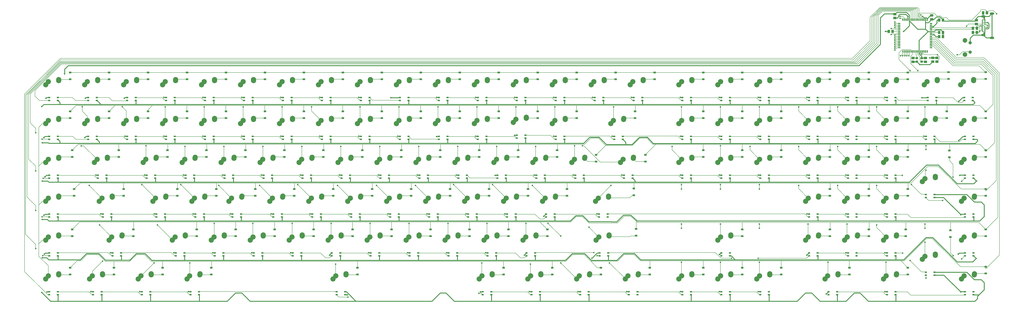
<source format=gbr>
G04 EAGLE Gerber RS-274X export*
G75*
%MOMM*%
%FSLAX34Y34*%
%LPD*%
%INBottom Copper*%
%IPPOS*%
%AMOC8*
5,1,8,0,0,1.08239X$1,22.5*%
G01*
%ADD10C,2.540000*%
%ADD11R,1.000000X0.750000*%
%ADD12R,1.220000X0.910000*%
%ADD13R,1.500000X1.300000*%
%ADD14R,1.300000X1.500000*%
%ADD15P,1.649562X8X292.500000*%
%ADD16C,2.247900*%
%ADD17R,1.600000X1.300000*%
%ADD18R,1.300000X1.600000*%
%ADD19R,1.200000X1.100000*%
%ADD20R,0.558800X1.193800*%
%ADD21R,1.193800X0.558800*%
%ADD22R,0.800000X0.300000*%
%ADD23C,1.100000*%
%ADD24C,1.008000*%
%ADD25C,0.858000*%
%ADD26C,0.200000*%
%ADD27C,0.254000*%
%ADD28C,0.406400*%
%ADD29C,0.304800*%
%ADD30C,0.756400*%
%ADD31C,0.152400*%


D10*
X1932100Y894400D03*
X1995600Y919800D03*
X1945200Y909000D03*
X1995200Y914000D03*
D11*
X1991200Y831250D03*
X1949200Y831250D03*
X1949200Y816750D03*
X1991200Y816750D03*
D10*
X217600Y894400D03*
X281100Y919800D03*
X230700Y909000D03*
X280700Y914000D03*
D11*
X276700Y831250D03*
X234700Y831250D03*
X234700Y816750D03*
X276700Y816750D03*
D10*
X408100Y894400D03*
X471600Y919800D03*
X421200Y909000D03*
X471200Y914000D03*
D11*
X467200Y831250D03*
X425200Y831250D03*
X425200Y816750D03*
X467200Y816750D03*
D10*
X598600Y894400D03*
X662100Y919800D03*
X611700Y909000D03*
X661700Y914000D03*
D11*
X657700Y831250D03*
X615700Y831250D03*
X615700Y816750D03*
X657700Y816750D03*
D10*
X789100Y894400D03*
X852600Y919800D03*
X802200Y909000D03*
X852200Y914000D03*
D11*
X848200Y831250D03*
X806200Y831250D03*
X806200Y816750D03*
X848200Y816750D03*
D10*
X979600Y894400D03*
X1043100Y919800D03*
X992700Y909000D03*
X1042700Y914000D03*
D11*
X1038700Y831250D03*
X996700Y831250D03*
X996700Y816750D03*
X1038700Y816750D03*
D10*
X1170100Y894400D03*
X1233600Y919800D03*
X1183200Y909000D03*
X1233200Y914000D03*
D11*
X1229200Y831250D03*
X1187200Y831250D03*
X1187200Y816750D03*
X1229200Y816750D03*
D10*
X1360600Y894400D03*
X1424100Y919800D03*
X1373700Y909000D03*
X1423700Y914000D03*
D11*
X1419700Y831250D03*
X1377700Y831250D03*
X1377700Y816750D03*
X1419700Y816750D03*
D10*
X1551100Y894400D03*
X1614600Y919800D03*
X1564200Y909000D03*
X1614200Y914000D03*
D11*
X1610200Y831250D03*
X1568200Y831250D03*
X1568200Y816750D03*
X1610200Y816750D03*
D10*
X1741600Y894400D03*
X1805100Y919800D03*
X1754700Y909000D03*
X1804700Y914000D03*
D11*
X1800700Y831250D03*
X1758700Y831250D03*
X1758700Y816750D03*
X1800700Y816750D03*
D10*
X360500Y513400D03*
X424000Y538800D03*
X373600Y528000D03*
X423600Y533000D03*
D11*
X419600Y450250D03*
X377600Y450250D03*
X377600Y435750D03*
X419600Y435750D03*
D10*
X527200Y132400D03*
X590700Y157800D03*
X540300Y147000D03*
X590300Y152000D03*
D11*
X586300Y69250D03*
X544300Y69250D03*
X544300Y54750D03*
X586300Y54750D03*
D10*
X1955900Y132400D03*
X2019400Y157800D03*
X1969000Y147000D03*
X2019000Y152000D03*
D11*
X2015000Y69250D03*
X1973000Y69250D03*
X1973000Y54750D03*
X2015000Y54750D03*
D10*
X1217700Y322900D03*
X1281200Y348300D03*
X1230800Y337500D03*
X1280800Y342500D03*
D11*
X1276800Y259750D03*
X1234800Y259750D03*
X1234800Y245250D03*
X1276800Y245250D03*
D10*
X2646500Y703900D03*
X2710000Y729300D03*
X2659600Y718500D03*
X2709600Y723500D03*
D11*
X2705600Y640750D03*
X2663600Y640750D03*
X2663600Y626250D03*
X2705600Y626250D03*
D10*
X3551400Y1084900D03*
X3614900Y1110300D03*
X3564500Y1099500D03*
X3614500Y1104500D03*
D11*
X3610500Y1021750D03*
X3568500Y1021750D03*
X3568500Y1007250D03*
X3610500Y1007250D03*
D10*
X2598900Y894400D03*
X2662400Y919800D03*
X2612000Y909000D03*
X2662000Y914000D03*
D11*
X2658000Y831250D03*
X2616000Y831250D03*
X2616000Y816750D03*
X2658000Y816750D03*
D10*
X4313400Y132400D03*
X4376900Y157800D03*
X4326500Y147000D03*
X4376500Y152000D03*
D11*
X4372500Y69250D03*
X4330500Y69250D03*
X4330500Y54750D03*
X4372500Y54750D03*
D10*
X836700Y322900D03*
X900200Y348300D03*
X849800Y337500D03*
X899800Y342500D03*
D11*
X895800Y259750D03*
X853800Y259750D03*
X853800Y245250D03*
X895800Y245250D03*
D10*
X98500Y513400D03*
X162000Y538800D03*
X111600Y528000D03*
X161600Y533000D03*
D11*
X157600Y450250D03*
X115600Y450250D03*
X115600Y435750D03*
X157600Y435750D03*
D10*
X1789200Y322900D03*
X1852700Y348300D03*
X1802300Y337500D03*
X1852300Y342500D03*
D11*
X1848300Y259750D03*
X1806300Y259750D03*
X1806300Y245250D03*
X1848300Y245250D03*
D10*
X50900Y132400D03*
X114400Y157800D03*
X64000Y147000D03*
X114000Y152000D03*
D11*
X110000Y69250D03*
X68000Y69250D03*
X68000Y54750D03*
X110000Y54750D03*
D10*
X2670300Y132400D03*
X2733800Y157800D03*
X2683400Y147000D03*
X2733400Y152000D03*
D11*
X2729400Y69250D03*
X2687400Y69250D03*
X2687400Y54750D03*
X2729400Y54750D03*
D10*
X732267Y513398D03*
X795767Y538798D03*
X745367Y527998D03*
X795367Y532998D03*
D11*
X791367Y450248D03*
X749367Y450248D03*
X749367Y435748D03*
X791367Y435748D03*
D12*
X2051300Y953750D03*
X2051300Y921050D03*
X336800Y953750D03*
X336800Y921050D03*
X527300Y953750D03*
X527300Y921050D03*
X717800Y953750D03*
X717800Y921050D03*
X908300Y953750D03*
X908300Y921050D03*
X1098800Y953750D03*
X1098800Y921050D03*
X1289300Y953750D03*
X1289300Y921050D03*
X1479800Y953750D03*
X1479800Y921050D03*
X1670300Y953750D03*
X1670300Y921050D03*
X1860800Y953750D03*
X1860800Y921050D03*
X479700Y572750D03*
X479700Y540050D03*
X646400Y186670D03*
X646400Y153970D03*
X2075100Y186670D03*
X2075100Y153970D03*
D10*
X2122600Y900400D03*
X2186100Y925800D03*
X2135700Y915000D03*
X2185700Y920000D03*
D11*
X2181700Y837250D03*
X2139700Y837250D03*
X2139700Y822750D03*
X2181700Y822750D03*
D12*
X1336900Y374630D03*
X1336900Y341930D03*
X2768240Y740390D03*
X2768240Y707690D03*
X3670600Y1144250D03*
X3670600Y1111550D03*
X2718100Y953750D03*
X2718100Y921050D03*
X4432600Y191750D03*
X4432600Y159050D03*
X955900Y374630D03*
X955900Y341930D03*
X217700Y572750D03*
X217700Y540050D03*
X1908400Y374630D03*
X1908400Y341930D03*
X170100Y186670D03*
X170100Y153970D03*
X2789500Y186670D03*
X2789500Y153970D03*
X860700Y572750D03*
X860700Y540050D03*
X2241800Y953750D03*
X2241800Y921050D03*
X3051400Y763250D03*
X3051400Y730550D03*
X4432600Y374630D03*
X4432600Y341930D03*
X3241900Y186670D03*
X3241900Y153970D03*
X813100Y763250D03*
X813100Y730550D03*
D10*
X2932200Y703900D03*
X2995700Y729300D03*
X2945300Y718500D03*
X2995300Y723500D03*
D11*
X2991300Y640750D03*
X2949300Y640750D03*
X2949300Y626250D03*
X2991300Y626250D03*
D10*
X4313400Y322900D03*
X4376900Y348300D03*
X4326500Y337500D03*
X4376500Y342500D03*
D11*
X4372500Y259750D03*
X4330500Y259750D03*
X4330500Y245250D03*
X4372500Y245250D03*
D12*
X3241900Y763250D03*
X3241900Y730550D03*
X2711980Y575290D03*
X2711980Y542590D03*
X4259880Y370870D03*
X4259880Y338170D03*
X2432300Y953750D03*
X2432300Y921050D03*
X4254800Y762030D03*
X4254800Y729330D03*
X146300Y1144250D03*
X146300Y1111550D03*
X1051200Y572750D03*
X1051200Y540050D03*
X336800Y1144250D03*
X336800Y1111550D03*
X2051300Y1144250D03*
X2051300Y1111550D03*
X2241800Y1144250D03*
X2241800Y1111550D03*
X2432300Y1144250D03*
X2432300Y1111550D03*
X527300Y1144250D03*
X527300Y1111550D03*
X717800Y1144250D03*
X717800Y1111550D03*
X908300Y1144250D03*
X908300Y1111550D03*
X1098800Y1144250D03*
X1098800Y1111550D03*
X1289300Y1144250D03*
X1289300Y1111550D03*
X1479800Y1144250D03*
X1479800Y1111550D03*
X1670300Y1144250D03*
X1670300Y1111550D03*
X1860800Y1144250D03*
X1860800Y1111550D03*
X1241700Y572750D03*
X1241700Y540050D03*
X146300Y953750D03*
X146300Y921050D03*
X1432200Y572750D03*
X1432200Y540050D03*
X3241900Y953750D03*
X3241900Y921050D03*
X1765600Y763250D03*
X1765600Y730550D03*
X3051400Y953750D03*
X3051400Y921050D03*
X1622700Y572750D03*
X1622700Y540050D03*
X1813200Y572750D03*
X1813200Y540050D03*
X3765800Y186670D03*
X3765800Y153970D03*
X3670600Y374630D03*
X3670600Y341930D03*
X3861100Y374630D03*
X3861100Y341930D03*
X4041440Y374630D03*
X4041440Y341930D03*
X3670600Y572750D03*
X3670600Y540050D03*
X4432600Y763250D03*
X4432600Y730550D03*
X3861100Y572750D03*
X3861100Y540050D03*
X4051600Y572750D03*
X4051600Y540050D03*
X4432600Y572750D03*
X4432600Y540050D03*
X3670600Y763250D03*
X3670600Y730550D03*
X3861100Y763250D03*
X3861100Y730550D03*
X4051600Y763250D03*
X4051600Y730550D03*
X4051600Y953750D03*
X4051600Y921050D03*
X4242100Y953750D03*
X4242100Y921050D03*
X4051600Y186670D03*
X4051600Y153970D03*
X3861100Y953750D03*
X3861100Y921050D03*
X2003700Y572750D03*
X2003700Y540050D03*
X2337100Y763250D03*
X2337100Y730550D03*
X3051400Y186670D03*
X3051400Y153970D03*
X1717900Y374630D03*
X1717900Y341930D03*
X2551400Y186670D03*
X2551400Y153970D03*
X1527400Y374630D03*
X1527400Y341930D03*
X4051600Y1144250D03*
X4051600Y1111550D03*
X3670600Y953750D03*
X3670600Y921050D03*
X1956100Y763250D03*
X1956100Y730550D03*
D10*
X3122700Y132400D03*
X3186200Y157800D03*
X3135800Y147000D03*
X3185800Y152000D03*
D11*
X3181800Y69250D03*
X3139800Y69250D03*
X3139800Y54750D03*
X3181800Y54750D03*
D12*
X2146600Y763250D03*
X2146600Y730550D03*
X3432400Y1144250D03*
X3432400Y1111550D03*
X3861100Y1144250D03*
X3861100Y1111550D03*
X2098900Y374630D03*
X2098900Y341930D03*
X3432400Y763250D03*
X3432400Y730550D03*
X3432400Y953750D03*
X3432400Y921050D03*
X3051400Y1144250D03*
X3051400Y1111550D03*
X432100Y763250D03*
X432100Y730550D03*
X2384700Y572750D03*
X2384700Y540050D03*
X1003600Y763250D03*
X1003600Y730550D03*
X2527600Y740390D03*
X2527600Y707690D03*
X3432400Y186670D03*
X3432400Y153970D03*
X670200Y572750D03*
X670200Y540050D03*
X3241900Y1144250D03*
X3241900Y1111550D03*
X2194200Y572750D03*
X2194200Y540050D03*
X265400Y374630D03*
X265400Y341930D03*
X2722800Y377170D03*
X2722800Y344470D03*
X2289400Y374630D03*
X2289400Y341930D03*
X1360700Y186670D03*
X1360700Y153970D03*
X1194100Y763250D03*
X1194100Y730550D03*
X193900Y763250D03*
X193900Y730550D03*
X1575100Y763250D03*
X1575100Y730550D03*
X4432600Y953750D03*
X4432600Y921050D03*
X3241900Y374630D03*
X3241900Y341930D03*
X1146400Y374630D03*
X1146400Y341930D03*
X2622800Y1144250D03*
X2622800Y1111550D03*
X2813300Y1144250D03*
X2813300Y1111550D03*
X622600Y763250D03*
X622600Y730550D03*
X408200Y186670D03*
X408200Y153970D03*
X2313200Y186670D03*
X2313200Y153970D03*
X765400Y374630D03*
X765400Y341930D03*
X1384600Y763250D03*
X1384600Y730550D03*
X574900Y374630D03*
X574900Y341930D03*
D10*
X693900Y703900D03*
X757400Y729300D03*
X707000Y718500D03*
X757000Y723500D03*
D11*
X753000Y640750D03*
X711000Y640750D03*
X711000Y626250D03*
X753000Y626250D03*
D10*
X3122700Y703900D03*
X3186200Y729300D03*
X3135800Y718500D03*
X3185800Y723500D03*
D11*
X3181800Y640750D03*
X3139800Y640750D03*
X3139800Y626250D03*
X3181800Y626250D03*
D10*
X2313100Y894400D03*
X2376600Y919800D03*
X2326200Y909000D03*
X2376200Y914000D03*
D11*
X2372200Y831250D03*
X2330200Y831250D03*
X2330200Y816750D03*
X2372200Y816750D03*
D10*
X27100Y1084900D03*
X90600Y1110300D03*
X40200Y1099500D03*
X90200Y1104500D03*
D11*
X86200Y1021750D03*
X44200Y1021750D03*
X44200Y1007250D03*
X86200Y1007250D03*
D10*
X932000Y513400D03*
X995500Y538800D03*
X945100Y528000D03*
X995100Y533000D03*
D11*
X991100Y450250D03*
X949100Y450250D03*
X949100Y435750D03*
X991100Y435750D03*
D10*
X217600Y1084900D03*
X281100Y1110300D03*
X230700Y1099500D03*
X280700Y1104500D03*
D11*
X276700Y1021750D03*
X234700Y1021750D03*
X234700Y1007250D03*
X276700Y1007250D03*
D10*
X1932100Y1084900D03*
X1995600Y1110300D03*
X1945200Y1099500D03*
X1995200Y1104500D03*
D11*
X1991200Y1021750D03*
X1949200Y1021750D03*
X1949200Y1007250D03*
X1991200Y1007250D03*
D10*
X2122600Y1084900D03*
X2186100Y1110300D03*
X2135700Y1099500D03*
X2185700Y1104500D03*
D11*
X2181700Y1021750D03*
X2139700Y1021750D03*
X2139700Y1007250D03*
X2181700Y1007250D03*
D10*
X2313100Y1084900D03*
X2376600Y1110300D03*
X2326200Y1099500D03*
X2376200Y1104500D03*
D11*
X2372200Y1021750D03*
X2330200Y1021750D03*
X2330200Y1007250D03*
X2372200Y1007250D03*
D10*
X408100Y1084900D03*
X471600Y1110300D03*
X421200Y1099500D03*
X471200Y1104500D03*
D11*
X467200Y1021750D03*
X425200Y1021750D03*
X425200Y1007250D03*
X467200Y1007250D03*
D10*
X598600Y1084900D03*
X662100Y1110300D03*
X611700Y1099500D03*
X661700Y1104500D03*
D11*
X657700Y1021750D03*
X615700Y1021750D03*
X615700Y1007250D03*
X657700Y1007250D03*
D10*
X789100Y1084900D03*
X852600Y1110300D03*
X802200Y1099500D03*
X852200Y1104500D03*
D11*
X848200Y1021750D03*
X806200Y1021750D03*
X806200Y1007250D03*
X848200Y1007250D03*
D10*
X979600Y1084900D03*
X1043100Y1110300D03*
X992700Y1099500D03*
X1042700Y1104500D03*
D11*
X1038700Y1021750D03*
X996700Y1021750D03*
X996700Y1007250D03*
X1038700Y1007250D03*
D10*
X1170100Y1084900D03*
X1233600Y1110300D03*
X1183200Y1099500D03*
X1233200Y1104500D03*
D11*
X1229200Y1021750D03*
X1187200Y1021750D03*
X1187200Y1007250D03*
X1229200Y1007250D03*
D10*
X1360600Y1084900D03*
X1424100Y1110300D03*
X1373700Y1099500D03*
X1423700Y1104500D03*
D11*
X1419700Y1021750D03*
X1377700Y1021750D03*
X1377700Y1007250D03*
X1419700Y1007250D03*
D10*
X1551100Y1084900D03*
X1614600Y1110300D03*
X1564200Y1099500D03*
X1614200Y1104500D03*
D11*
X1610200Y1021750D03*
X1568200Y1021750D03*
X1568200Y1007250D03*
X1610200Y1007250D03*
D10*
X1741600Y1084900D03*
X1805100Y1110300D03*
X1754700Y1099500D03*
X1804700Y1104500D03*
D11*
X1800700Y1021750D03*
X1758700Y1021750D03*
X1758700Y1007250D03*
X1800700Y1007250D03*
D10*
X1122500Y513400D03*
X1186000Y538800D03*
X1135600Y528000D03*
X1185600Y533000D03*
D11*
X1181600Y450250D03*
X1139600Y450250D03*
X1139600Y435750D03*
X1181600Y435750D03*
D10*
X27100Y894400D03*
X90600Y919800D03*
X40200Y909000D03*
X90200Y914000D03*
D11*
X86200Y831250D03*
X44200Y831250D03*
X44200Y816750D03*
X86200Y816750D03*
D10*
X1313000Y513400D03*
X1376500Y538800D03*
X1326100Y528000D03*
X1376100Y533000D03*
D11*
X1372100Y450250D03*
X1330100Y450250D03*
X1330100Y435750D03*
X1372100Y435750D03*
D10*
X3122700Y894400D03*
X3186200Y919800D03*
X3135800Y909000D03*
X3185800Y914000D03*
D11*
X3181800Y831250D03*
X3139800Y831250D03*
X3139800Y816750D03*
X3181800Y816750D03*
D10*
X1646400Y703900D03*
X1709900Y729300D03*
X1659500Y718500D03*
X1709500Y723500D03*
D11*
X1705500Y640750D03*
X1663500Y640750D03*
X1663500Y626250D03*
X1705500Y626250D03*
D10*
X2932200Y894400D03*
X2995700Y919800D03*
X2945300Y909000D03*
X2995300Y914000D03*
D11*
X2991300Y831250D03*
X2949300Y831250D03*
X2949300Y816750D03*
X2991300Y816750D03*
D10*
X1503500Y513400D03*
X1567000Y538800D03*
X1516600Y528000D03*
X1566600Y533000D03*
D11*
X1562600Y450250D03*
X1520600Y450250D03*
X1520600Y435750D03*
X1562600Y435750D03*
D10*
X1694000Y513400D03*
X1757500Y538800D03*
X1707100Y528000D03*
X1757100Y533000D03*
D11*
X1753100Y450250D03*
X1711100Y450250D03*
X1711100Y435750D03*
X1753100Y435750D03*
D10*
X3646600Y132400D03*
X3710100Y157800D03*
X3659700Y147000D03*
X3709700Y152000D03*
D11*
X3705700Y69250D03*
X3663700Y69250D03*
X3663700Y54750D03*
X3705700Y54750D03*
D10*
X3551400Y322900D03*
X3614900Y348300D03*
X3564500Y337500D03*
X3614500Y342500D03*
D11*
X3610500Y259750D03*
X3568500Y259750D03*
X3568500Y245250D03*
X3610500Y245250D03*
D10*
X3741900Y322900D03*
X3805400Y348300D03*
X3755000Y337500D03*
X3805000Y342500D03*
D11*
X3801000Y259750D03*
X3759000Y259750D03*
X3759000Y245250D03*
X3801000Y245250D03*
D10*
X3932400Y322900D03*
X3995900Y348300D03*
X3945500Y337500D03*
X3995500Y342500D03*
D11*
X3991500Y259750D03*
X3949500Y259750D03*
X3949500Y245250D03*
X3991500Y245250D03*
D10*
X3551400Y513400D03*
X3614900Y538800D03*
X3564500Y528000D03*
X3614500Y533000D03*
D11*
X3610500Y450250D03*
X3568500Y450250D03*
X3568500Y435750D03*
X3610500Y435750D03*
D10*
X4313400Y703900D03*
X4376900Y729300D03*
X4326500Y718500D03*
X4376500Y723500D03*
D11*
X4372500Y640750D03*
X4330500Y640750D03*
X4330500Y626250D03*
X4372500Y626250D03*
D10*
X3741900Y513400D03*
X3805400Y538800D03*
X3755000Y528000D03*
X3805000Y533000D03*
D11*
X3801000Y450250D03*
X3759000Y450250D03*
X3759000Y435750D03*
X3801000Y435750D03*
D10*
X3932400Y513400D03*
X3995900Y538800D03*
X3945500Y528000D03*
X3995500Y533000D03*
D11*
X3991500Y450250D03*
X3949500Y450250D03*
X3949500Y435750D03*
X3991500Y435750D03*
D10*
X4313400Y513400D03*
X4376900Y538800D03*
X4326500Y528000D03*
X4376500Y533000D03*
D11*
X4372500Y450250D03*
X4330500Y450250D03*
X4330500Y435750D03*
X4372500Y435750D03*
D10*
X3551400Y703900D03*
X3614900Y729300D03*
X3564500Y718500D03*
X3614500Y723500D03*
D11*
X3610500Y640750D03*
X3568500Y640750D03*
X3568500Y626250D03*
X3610500Y626250D03*
D10*
X3741900Y703900D03*
X3805400Y729300D03*
X3755000Y718500D03*
X3805000Y723500D03*
D11*
X3801000Y640750D03*
X3759000Y640750D03*
X3759000Y626250D03*
X3801000Y626250D03*
D10*
X3932400Y703900D03*
X3995900Y729300D03*
X3945500Y718500D03*
X3995500Y723500D03*
D11*
X3991500Y640750D03*
X3949500Y640750D03*
X3949500Y626250D03*
X3991500Y626250D03*
D10*
X3932400Y894400D03*
X3995900Y919800D03*
X3945500Y909000D03*
X3995500Y914000D03*
D11*
X3991500Y831250D03*
X3949500Y831250D03*
X3949500Y816750D03*
X3991500Y816750D03*
D10*
X4122900Y894400D03*
X4186400Y919800D03*
X4136000Y909000D03*
X4186000Y914000D03*
D11*
X4182000Y831250D03*
X4140000Y831250D03*
X4140000Y816750D03*
X4182000Y816750D03*
D10*
X3932400Y132400D03*
X3995900Y157800D03*
X3945500Y147000D03*
X3995500Y152000D03*
D11*
X3991500Y69250D03*
X3949500Y69250D03*
X3949500Y54750D03*
X3991500Y54750D03*
D10*
X3741900Y894400D03*
X3805400Y919800D03*
X3755000Y909000D03*
X3805000Y914000D03*
D11*
X3801000Y831250D03*
X3759000Y831250D03*
X3759000Y816750D03*
X3801000Y816750D03*
D10*
X1884500Y513400D03*
X1948000Y538800D03*
X1897600Y528000D03*
X1947600Y533000D03*
D11*
X1943600Y450250D03*
X1901600Y450250D03*
X1901600Y435750D03*
X1943600Y435750D03*
D10*
X2217900Y703900D03*
X2281400Y729300D03*
X2231000Y718500D03*
X2281000Y723500D03*
D11*
X2277000Y640750D03*
X2235000Y640750D03*
X2235000Y626250D03*
X2277000Y626250D03*
D10*
X2932200Y132400D03*
X2995700Y157800D03*
X2945300Y147000D03*
X2995300Y152000D03*
D11*
X2991300Y69250D03*
X2949300Y69250D03*
X2949300Y54750D03*
X2991300Y54750D03*
D10*
X1598700Y322900D03*
X1662200Y348300D03*
X1611800Y337500D03*
X1661800Y342500D03*
D11*
X1657800Y259750D03*
X1615800Y259750D03*
X1615800Y245250D03*
X1657800Y245250D03*
D10*
X2432200Y132400D03*
X2495700Y157800D03*
X2445300Y147000D03*
X2495300Y152000D03*
D11*
X2491300Y69250D03*
X2449300Y69250D03*
X2449300Y54750D03*
X2491300Y54750D03*
D10*
X1408200Y322900D03*
X1471700Y348300D03*
X1421300Y337500D03*
X1471300Y342500D03*
D11*
X1467300Y259750D03*
X1425300Y259750D03*
X1425300Y245250D03*
X1467300Y245250D03*
D10*
X3932400Y1084900D03*
X3995900Y1110300D03*
X3945500Y1099500D03*
X3995500Y1104500D03*
D11*
X3991500Y1021750D03*
X3949500Y1021750D03*
X3949500Y1007250D03*
X3991500Y1007250D03*
D10*
X3551400Y894400D03*
X3614900Y919800D03*
X3564500Y909000D03*
X3614500Y914000D03*
D11*
X3610500Y831250D03*
X3568500Y831250D03*
X3568500Y816750D03*
X3610500Y816750D03*
D10*
X1836900Y703900D03*
X1900400Y729300D03*
X1850000Y718500D03*
X1900000Y723500D03*
D11*
X1896000Y640750D03*
X1854000Y640750D03*
X1854000Y626250D03*
X1896000Y626250D03*
D10*
X2027400Y703900D03*
X2090900Y729300D03*
X2040500Y718500D03*
X2090500Y723500D03*
D11*
X2086500Y640750D03*
X2044500Y640750D03*
X2044500Y626250D03*
X2086500Y626250D03*
D10*
X3313200Y1084900D03*
X3376700Y1110300D03*
X3326300Y1099500D03*
X3376300Y1104500D03*
D11*
X3372300Y1021750D03*
X3330300Y1021750D03*
X3330300Y1007250D03*
X3372300Y1007250D03*
D10*
X3741900Y1084900D03*
X3805400Y1110300D03*
X3755000Y1099500D03*
X3805000Y1104500D03*
D11*
X3801000Y1021750D03*
X3759000Y1021750D03*
X3759000Y1007250D03*
X3801000Y1007250D03*
D10*
X1979700Y322900D03*
X2043200Y348300D03*
X1992800Y337500D03*
X2042800Y342500D03*
D11*
X2038800Y259750D03*
X1996800Y259750D03*
X1996800Y245250D03*
X2038800Y245250D03*
D10*
X3313200Y703900D03*
X3376700Y729300D03*
X3326300Y718500D03*
X3376300Y723500D03*
D11*
X3372300Y640750D03*
X3330300Y640750D03*
X3330300Y626250D03*
X3372300Y626250D03*
D10*
X3313200Y894400D03*
X3376700Y919800D03*
X3326300Y909000D03*
X3376300Y914000D03*
D11*
X3372300Y831250D03*
X3330300Y831250D03*
X3330300Y816750D03*
X3372300Y816750D03*
D10*
X2932200Y1084900D03*
X2995700Y1110300D03*
X2945300Y1099500D03*
X2995300Y1104500D03*
D11*
X2991300Y1021750D03*
X2949300Y1021750D03*
X2949300Y1007250D03*
X2991300Y1007250D03*
D10*
X312900Y703900D03*
X376400Y729300D03*
X326000Y718500D03*
X376000Y723500D03*
D11*
X372000Y640750D03*
X330000Y640750D03*
X330000Y626250D03*
X372000Y626250D03*
D10*
X2265500Y513400D03*
X2329000Y538800D03*
X2278600Y528000D03*
X2328600Y533000D03*
D11*
X2324600Y450250D03*
X2282600Y450250D03*
X2282600Y435750D03*
X2324600Y435750D03*
D10*
X884400Y703900D03*
X947900Y729300D03*
X897500Y718500D03*
X947500Y723500D03*
D11*
X943500Y640750D03*
X901500Y640750D03*
X901500Y626250D03*
X943500Y626250D03*
D10*
X2408400Y703900D03*
X2471900Y729300D03*
X2421500Y718500D03*
X2471500Y723500D03*
D11*
X2467500Y640750D03*
X2425500Y640750D03*
X2425500Y626250D03*
X2467500Y626250D03*
D10*
X3313200Y132400D03*
X3376700Y157800D03*
X3326300Y147000D03*
X3376300Y152000D03*
D11*
X3372300Y69250D03*
X3330300Y69250D03*
X3330300Y54750D03*
X3372300Y54750D03*
D10*
X551000Y513400D03*
X614500Y538800D03*
X564100Y528000D03*
X614100Y533000D03*
D11*
X610100Y450250D03*
X568100Y450250D03*
X568100Y435750D03*
X610100Y435750D03*
D10*
X3122700Y1084900D03*
X3186200Y1110300D03*
X3135800Y1099500D03*
X3185800Y1104500D03*
D11*
X3181800Y1021750D03*
X3139800Y1021750D03*
X3139800Y1007250D03*
X3181800Y1007250D03*
D10*
X2075000Y513400D03*
X2138500Y538800D03*
X2088100Y528000D03*
X2138100Y533000D03*
D11*
X2134100Y450250D03*
X2092100Y450250D03*
X2092100Y435750D03*
X2134100Y435750D03*
D10*
X146200Y322900D03*
X209700Y348300D03*
X159300Y337500D03*
X209300Y342500D03*
D11*
X205300Y259750D03*
X163300Y259750D03*
X163300Y245250D03*
X205300Y245250D03*
D10*
X2527400Y322900D03*
X2590900Y348300D03*
X2540500Y337500D03*
X2590500Y342500D03*
D11*
X2586500Y259750D03*
X2544500Y259750D03*
X2544500Y245250D03*
X2586500Y245250D03*
D10*
X2170200Y322900D03*
X2233700Y348300D03*
X2183300Y337500D03*
X2233300Y342500D03*
D11*
X2229300Y259750D03*
X2187300Y259750D03*
X2187300Y245250D03*
X2229300Y245250D03*
D10*
X1241500Y132400D03*
X1305000Y157800D03*
X1254600Y147000D03*
X1304600Y152000D03*
D11*
X1300600Y69250D03*
X1258600Y69250D03*
X1258600Y54750D03*
X1300600Y54750D03*
D10*
X1074900Y703900D03*
X1138400Y729300D03*
X1088000Y718500D03*
X1138000Y723500D03*
D11*
X1134000Y640750D03*
X1092000Y640750D03*
X1092000Y626250D03*
X1134000Y626250D03*
D10*
X74700Y703900D03*
X138200Y729300D03*
X87800Y718500D03*
X137800Y723500D03*
D11*
X133800Y640750D03*
X91800Y640750D03*
X91800Y626250D03*
X133800Y626250D03*
D10*
X1455900Y703900D03*
X1519400Y729300D03*
X1469000Y718500D03*
X1519000Y723500D03*
D11*
X1515000Y640750D03*
X1473000Y640750D03*
X1473000Y626250D03*
X1515000Y626250D03*
D10*
X4313400Y894400D03*
X4376900Y919800D03*
X4326500Y909000D03*
X4376500Y914000D03*
D11*
X4372500Y831250D03*
X4330500Y831250D03*
X4330500Y816750D03*
X4372500Y816750D03*
D10*
X3122700Y322900D03*
X3186200Y348300D03*
X3135800Y337500D03*
X3185800Y342500D03*
D11*
X3181800Y259750D03*
X3139800Y259750D03*
X3139800Y245250D03*
X3181800Y245250D03*
D10*
X1027200Y322900D03*
X1090700Y348300D03*
X1040300Y337500D03*
X1090300Y342500D03*
D11*
X1086300Y259750D03*
X1044300Y259750D03*
X1044300Y245250D03*
X1086300Y245250D03*
D10*
X2503600Y1084900D03*
X2567100Y1110300D03*
X2516700Y1099500D03*
X2566700Y1104500D03*
D11*
X2562700Y1021750D03*
X2520700Y1021750D03*
X2520700Y1007250D03*
X2562700Y1007250D03*
D10*
X2694100Y1084900D03*
X2757600Y1110300D03*
X2707200Y1099500D03*
X2757200Y1104500D03*
D11*
X2753200Y1021750D03*
X2711200Y1021750D03*
X2711200Y1007250D03*
X2753200Y1007250D03*
D10*
X503400Y703900D03*
X566900Y729300D03*
X516500Y718500D03*
X566500Y723500D03*
D11*
X562500Y640750D03*
X520500Y640750D03*
X520500Y626250D03*
X562500Y626250D03*
D10*
X289000Y132400D03*
X352500Y157800D03*
X302100Y147000D03*
X352100Y152000D03*
D11*
X348100Y69250D03*
X306100Y69250D03*
X306100Y54750D03*
X348100Y54750D03*
D10*
X2194000Y132400D03*
X2257500Y157800D03*
X2207100Y147000D03*
X2257100Y152000D03*
D11*
X2253100Y69250D03*
X2211100Y69250D03*
X2211100Y54750D03*
X2253100Y54750D03*
D10*
X646200Y322900D03*
X709700Y348300D03*
X659300Y337500D03*
X709300Y342500D03*
D11*
X705300Y259750D03*
X663300Y259750D03*
X663300Y245250D03*
X705300Y245250D03*
D10*
X1265400Y703900D03*
X1328900Y729300D03*
X1278500Y718500D03*
X1328500Y723500D03*
D11*
X1324500Y640750D03*
X1282500Y640750D03*
X1282500Y626250D03*
X1324500Y626250D03*
D10*
X455700Y322900D03*
X519200Y348300D03*
X468800Y337500D03*
X518800Y342500D03*
D11*
X514800Y259750D03*
X472800Y259750D03*
X472800Y245250D03*
X514800Y245250D03*
D12*
X-44200Y1144250D03*
X-44200Y1111550D03*
X-44200Y953750D03*
X-44200Y921050D03*
X-34200Y763250D03*
X-34200Y730550D03*
X-24200Y572750D03*
X-24200Y540050D03*
X-34200Y374630D03*
X-34200Y341930D03*
X-44200Y186670D03*
X-44200Y153970D03*
X4432600Y1146350D03*
X4432600Y1113650D03*
D10*
X4309900Y1084900D03*
X4373400Y1110300D03*
X4323000Y1099500D03*
X4373000Y1104500D03*
D11*
X4369000Y1021750D03*
X4327000Y1021750D03*
X4327000Y1007250D03*
X4369000Y1007250D03*
D10*
X4131900Y1084900D03*
X4195400Y1110300D03*
X4145000Y1099500D03*
X4195000Y1104500D03*
D11*
X4191000Y1021750D03*
X4149000Y1021750D03*
X4149000Y1007250D03*
X4191000Y1007250D03*
D12*
X4250000Y1146350D03*
X4250000Y1113650D03*
D10*
X-163400Y1084900D03*
X-99900Y1110300D03*
X-150300Y1099500D03*
X-100300Y1104500D03*
D11*
X-104300Y1021750D03*
X-146300Y1021750D03*
X-146300Y1007250D03*
X-104300Y1007250D03*
D10*
X-163400Y894400D03*
X-99900Y919800D03*
X-150300Y909000D03*
X-100300Y914000D03*
D11*
X-104300Y831250D03*
X-146300Y831250D03*
X-146300Y816750D03*
X-104300Y816750D03*
D10*
X-163400Y703900D03*
X-99900Y729300D03*
X-150300Y718500D03*
X-100300Y723500D03*
D11*
X-104300Y640750D03*
X-146300Y640750D03*
X-146300Y626250D03*
X-104300Y626250D03*
D10*
X-163400Y513400D03*
X-99900Y538800D03*
X-150300Y528000D03*
X-100300Y533000D03*
D11*
X-104300Y450250D03*
X-146300Y450250D03*
X-146300Y435750D03*
X-104300Y435750D03*
D10*
X-163400Y322900D03*
X-99900Y348300D03*
X-150300Y337500D03*
X-100300Y342500D03*
D11*
X-104300Y259750D03*
X-146300Y259750D03*
X-146300Y245250D03*
X-104300Y245250D03*
D10*
X-163400Y132400D03*
X-99900Y157800D03*
X-150300Y147000D03*
X-100300Y152000D03*
D11*
X-104300Y69250D03*
X-146300Y69250D03*
X-146300Y54750D03*
X-104300Y54750D03*
D13*
X4076700Y1216000D03*
X4076700Y1197000D03*
X4137660Y1197000D03*
X4137660Y1216000D03*
X4168140Y1424534D03*
X4168140Y1405534D03*
X4172966Y1217016D03*
X4172966Y1198016D03*
D14*
X4204360Y1320546D03*
X4223360Y1320546D03*
D13*
X3988054Y1411884D03*
X3988054Y1430884D03*
D15*
X4355846Y1290066D03*
X4355846Y1244854D03*
D16*
X4330954Y1302512D03*
X4330954Y1232408D03*
D17*
X4193286Y1217016D03*
X4193286Y1198016D03*
D18*
X4388968Y1361440D03*
X4369968Y1361440D03*
X4388968Y1341120D03*
X4369968Y1341120D03*
D19*
X4095430Y1215250D03*
X4118930Y1215250D03*
X4118930Y1197750D03*
X4095430Y1197750D03*
D17*
X4386326Y1382166D03*
X4386326Y1401166D03*
D18*
X4419244Y1437640D03*
X4438244Y1437640D03*
X3957980Y1346200D03*
X3976980Y1346200D03*
D14*
X4223360Y1341120D03*
X4204360Y1341120D03*
D10*
X2524860Y513400D03*
X2588360Y538800D03*
X2537960Y528000D03*
X2587960Y533000D03*
D11*
X2583960Y450250D03*
X2541960Y450250D03*
X2541960Y435750D03*
X2583960Y435750D03*
D20*
X4145915Y1403477D03*
X4138041Y1403477D03*
X4130167Y1403477D03*
X4122293Y1403477D03*
X4114419Y1403477D03*
X4106545Y1403477D03*
X4098671Y1403477D03*
X4090797Y1403477D03*
X4082923Y1403477D03*
X4075049Y1403477D03*
X4067175Y1403477D03*
X4059301Y1403477D03*
X4051427Y1403477D03*
X4043553Y1403477D03*
X4035679Y1403477D03*
X4027805Y1403477D03*
D21*
X4164457Y1329817D03*
X4164457Y1337691D03*
X4164457Y1345565D03*
X4164457Y1353439D03*
X4164457Y1361313D03*
X4164457Y1369187D03*
X4164457Y1377061D03*
X4164457Y1384935D03*
X4164457Y1321943D03*
X4164457Y1314069D03*
X4164457Y1306195D03*
X4164457Y1298321D03*
X4164457Y1290447D03*
X4164457Y1282573D03*
X4164457Y1274699D03*
X4164457Y1266825D03*
D20*
X4145915Y1248283D03*
X4138041Y1248283D03*
X4130167Y1248283D03*
X4122293Y1248283D03*
X4114419Y1248283D03*
X4106545Y1248283D03*
X4098671Y1248283D03*
X4090797Y1248283D03*
X4082923Y1248283D03*
X4075049Y1248283D03*
X4067175Y1248283D03*
X4059301Y1248283D03*
X4051427Y1248283D03*
X4043553Y1248283D03*
X4035679Y1248283D03*
X4027805Y1248283D03*
D21*
X4009263Y1266825D03*
X4009263Y1274699D03*
X4009263Y1282573D03*
X4009263Y1290447D03*
X4009263Y1298321D03*
X4009263Y1306195D03*
X4009263Y1314069D03*
X4009263Y1321943D03*
X4009263Y1329817D03*
X4009263Y1337691D03*
X4009263Y1345565D03*
X4009263Y1353439D03*
X4009263Y1361313D03*
X4009263Y1369187D03*
X4009263Y1377061D03*
X4009263Y1384935D03*
D22*
X4416480Y1401640D03*
X4416480Y1396640D03*
X4416480Y1391640D03*
X4416480Y1386640D03*
X4416480Y1381640D03*
X4416480Y1376640D03*
X4416480Y1371640D03*
X4416480Y1366640D03*
X4416480Y1361640D03*
X4416480Y1356640D03*
X4416480Y1351640D03*
X4416480Y1346640D03*
X4428480Y1344140D03*
X4428480Y1349140D03*
X4428480Y1354140D03*
X4428480Y1359140D03*
X4428480Y1364140D03*
X4428480Y1369140D03*
X4428480Y1379140D03*
X4428480Y1384140D03*
X4428480Y1389140D03*
X4428480Y1394140D03*
X4428480Y1399140D03*
X4428480Y1404140D03*
D23*
X4457280Y1433840D02*
X4468280Y1433840D01*
X4468280Y1314440D02*
X4457280Y1314440D01*
D24*
X4425620Y1419640D02*
X4415540Y1419640D01*
D25*
X4424830Y1420340D02*
X4424830Y1411760D01*
D24*
X4425620Y1328640D02*
X4415540Y1328640D01*
D25*
X4424830Y1327940D02*
X4424830Y1336520D01*
D14*
X4204360Y1402080D03*
X4223360Y1402080D03*
D10*
X4122420Y609600D03*
X4185920Y635000D03*
X4135520Y624200D03*
X4185520Y629200D03*
D11*
X4181520Y546450D03*
X4139520Y546450D03*
X4139520Y531950D03*
X4181520Y531950D03*
D10*
X4122420Y228600D03*
X4185920Y254000D03*
X4135520Y243200D03*
X4185520Y248200D03*
D11*
X4181520Y165450D03*
X4139520Y165450D03*
X4139520Y150950D03*
X4181520Y150950D03*
D26*
X287750Y1111550D02*
X280700Y1104500D01*
X287750Y1111550D02*
X336800Y1111550D01*
X284163Y1108075D02*
X282575Y1109663D01*
X281100Y1110300D01*
X284163Y1108075D02*
X280700Y1104500D01*
X473075Y1111250D02*
X527050Y1111250D01*
X527300Y1111550D01*
X473075Y1111250D02*
X471600Y1110300D01*
X663575Y1111250D02*
X717550Y1111250D01*
X717800Y1111550D01*
X663575Y1111250D02*
X662100Y1110300D01*
X854075Y1111250D02*
X908050Y1111250D01*
X908300Y1111550D01*
X854075Y1111250D02*
X852600Y1110300D01*
X1044575Y1111250D02*
X1098550Y1111250D01*
X1098800Y1111550D01*
X1044575Y1111250D02*
X1043100Y1110300D01*
X1235075Y1111250D02*
X1289050Y1111250D01*
X1289300Y1111550D01*
X1235075Y1111250D02*
X1233600Y1110300D01*
X1425575Y1111250D02*
X1479550Y1111250D01*
X1479800Y1111550D01*
X1425575Y1111250D02*
X1424100Y1110300D01*
X1616075Y1111250D02*
X1670050Y1111250D01*
X1670300Y1111550D01*
X1616075Y1111250D02*
X1614600Y1110300D01*
X1806575Y1111250D02*
X1860550Y1111250D01*
X1860800Y1111550D01*
X1806575Y1111250D02*
X1805100Y1110300D01*
X1997075Y1111250D02*
X2051050Y1111250D01*
X2051300Y1111550D01*
X1997075Y1111250D02*
X1995600Y1110300D01*
X2187575Y1111250D02*
X2241550Y1111250D01*
X2241800Y1111550D01*
X2187575Y1111250D02*
X2186100Y1110300D01*
X2378075Y1111250D02*
X2432050Y1111250D01*
X2432300Y1111550D01*
X2378075Y1111250D02*
X2376600Y1110300D01*
X2568575Y1111250D02*
X2622550Y1111250D01*
X2622800Y1111550D01*
X2568575Y1111250D02*
X2567100Y1110300D01*
X2759075Y1111250D02*
X2813050Y1111250D01*
X2813300Y1111550D01*
X2759075Y1111250D02*
X2757600Y1110300D01*
X2997200Y1111250D02*
X3051175Y1111250D01*
X3051400Y1111550D01*
X2997200Y1111250D02*
X2995700Y1110300D01*
X3187700Y1111250D02*
X3241675Y1111250D01*
X3241900Y1111550D01*
X3187700Y1111250D02*
X3186200Y1110300D01*
X3378200Y1111250D02*
X3432175Y1111250D01*
X3432400Y1111550D01*
X3378200Y1111250D02*
X3376700Y1110300D01*
X3616325Y1111250D02*
X3670300Y1111250D01*
X3670600Y1111550D01*
X3616325Y1111250D02*
X3614900Y1110300D01*
X3806825Y1111250D02*
X3860800Y1111250D01*
X3861100Y1111550D01*
X3806825Y1111250D02*
X3805400Y1110300D01*
X3997325Y1111250D02*
X4051300Y1111250D01*
X4051600Y1111550D01*
X3997325Y1111250D02*
X3995900Y1110300D01*
X146050Y920750D02*
X92075Y920750D01*
X146050Y920750D02*
X146300Y921050D01*
X92075Y920750D02*
X90600Y919800D01*
X92075Y920750D02*
X90200Y914000D01*
X282575Y920750D02*
X336550Y920750D01*
X336800Y921050D01*
X282575Y920750D02*
X281100Y919800D01*
X282575Y920750D02*
X280700Y914000D01*
X473075Y920750D02*
X527050Y920750D01*
X527300Y921050D01*
X473075Y920750D02*
X471600Y919800D01*
X473075Y920750D02*
X471200Y914000D01*
X663575Y920750D02*
X717550Y920750D01*
X717800Y921050D01*
X663575Y920750D02*
X662100Y919800D01*
X663575Y920750D02*
X661700Y914000D01*
X854075Y920750D02*
X908050Y920750D01*
X908300Y921050D01*
X854075Y920750D02*
X852600Y919800D01*
X854075Y920750D02*
X852200Y914000D01*
X1044575Y920750D02*
X1098550Y920750D01*
X1098800Y921050D01*
X1044575Y920750D02*
X1043100Y919800D01*
X1044575Y920750D02*
X1042700Y914000D01*
X1235075Y920750D02*
X1289050Y920750D01*
X1289300Y921050D01*
X1235075Y920750D02*
X1233600Y919800D01*
X1235075Y920750D02*
X1233200Y914000D01*
X1425575Y920750D02*
X1479550Y920750D01*
X1479800Y921050D01*
X1425575Y920750D02*
X1424100Y919800D01*
X1425575Y920750D02*
X1423700Y914000D01*
X1616075Y920750D02*
X1670050Y920750D01*
X1670300Y921050D01*
X1616075Y920750D02*
X1614600Y919800D01*
X1616075Y920750D02*
X1614200Y914000D01*
X1806575Y920750D02*
X1860550Y920750D01*
X1860800Y921050D01*
X1806575Y920750D02*
X1805100Y919800D01*
X1806575Y920750D02*
X1804700Y914000D01*
X1997075Y920750D02*
X2051050Y920750D01*
X2051300Y921050D01*
X1997075Y920750D02*
X1995600Y919800D01*
X1997075Y920750D02*
X1995200Y914000D01*
X2185988Y920750D02*
X2241550Y920750D01*
X2241800Y921050D01*
X2185988Y920750D02*
X2185700Y920000D01*
X2185988Y920750D02*
X2186100Y925800D01*
X2378075Y920750D02*
X2432050Y920750D01*
X2432300Y921050D01*
X2378075Y920750D02*
X2376600Y919800D01*
X2378075Y920750D02*
X2376200Y914000D01*
X2663825Y920750D02*
X2717800Y920750D01*
X2718100Y921050D01*
X2663825Y920750D02*
X2662400Y919800D01*
X2663825Y920750D02*
X2662000Y914000D01*
X2997200Y920750D02*
X3051175Y920750D01*
X3051400Y921050D01*
X2997200Y920750D02*
X2995700Y919800D01*
X2997200Y920750D02*
X2995300Y914000D01*
X3187700Y920750D02*
X3241675Y920750D01*
X3241900Y921050D01*
X3187700Y920750D02*
X3186200Y919800D01*
X3187700Y920750D02*
X3185800Y914000D01*
X3378200Y920750D02*
X3432175Y920750D01*
X3432400Y921050D01*
X3378200Y920750D02*
X3376700Y919800D01*
X3378200Y920750D02*
X3376300Y914000D01*
X3616325Y920750D02*
X3670300Y920750D01*
X3670600Y921050D01*
X3616325Y920750D02*
X3614900Y919800D01*
X3616325Y920750D02*
X3614500Y914000D01*
X3806825Y920750D02*
X3860800Y920750D01*
X3861100Y921050D01*
X3806825Y920750D02*
X3805400Y919800D01*
X3806825Y920750D02*
X3805000Y914000D01*
X3997325Y920750D02*
X4051300Y920750D01*
X4051600Y921050D01*
X3997325Y920750D02*
X3995900Y919800D01*
X3997325Y920750D02*
X3995500Y914000D01*
X4187825Y920750D02*
X4241800Y920750D01*
X4242100Y921050D01*
X4187825Y920750D02*
X4186400Y919800D01*
X4378325Y920750D02*
X4432300Y920750D01*
X4432600Y921050D01*
X4378325Y920750D02*
X4376900Y919800D01*
X4378325Y920750D02*
X4376500Y914000D01*
X193675Y730250D02*
X139700Y730250D01*
X193675Y730250D02*
X193900Y730550D01*
X139700Y730250D02*
X138200Y729300D01*
X377825Y730250D02*
X431800Y730250D01*
X432100Y730550D01*
X377825Y730250D02*
X376400Y729300D01*
X568325Y730250D02*
X622300Y730250D01*
X622600Y730550D01*
X568325Y730250D02*
X566900Y729300D01*
X758825Y730250D02*
X812800Y730250D01*
X813100Y730550D01*
X758825Y730250D02*
X757400Y729300D01*
X949325Y730250D02*
X1003300Y730250D01*
X1003600Y730550D01*
X949325Y730250D02*
X947900Y729300D01*
X1139825Y730250D02*
X1193800Y730250D01*
X1194100Y730550D01*
X1139825Y730250D02*
X1138400Y729300D01*
X1330325Y730250D02*
X1384300Y730250D01*
X1384600Y730550D01*
X1330325Y730250D02*
X1328900Y729300D01*
X1520825Y730250D02*
X1574800Y730250D01*
X1575100Y730550D01*
X1520825Y730250D02*
X1519400Y729300D01*
X1711325Y730250D02*
X1765300Y730250D01*
X1765600Y730550D01*
X1711325Y730250D02*
X1709900Y729300D01*
X1901825Y730250D02*
X1955800Y730250D01*
X1956100Y730550D01*
X1901825Y730250D02*
X1900400Y729300D01*
X2092325Y730250D02*
X2146300Y730250D01*
X2146600Y730550D01*
X2092325Y730250D02*
X2090900Y729300D01*
X2282825Y730250D02*
X2336800Y730250D01*
X2337100Y730550D01*
X2282825Y730250D02*
X2281400Y729300D01*
X2486025Y708025D02*
X2527300Y708025D01*
X2486025Y708025D02*
X2471738Y722313D01*
X2527300Y708025D02*
X2527600Y707690D01*
X2471738Y722313D02*
X2471900Y729300D01*
X2471738Y723900D02*
X2471500Y723500D01*
X2471738Y723900D02*
X2471900Y729300D01*
X2724150Y708025D02*
X2767013Y708025D01*
X2724150Y708025D02*
X2709863Y722313D01*
X2767013Y708025D02*
X2768240Y707690D01*
X2709863Y722313D02*
X2710000Y729300D01*
X2709863Y723900D02*
X2709600Y723500D01*
X2709863Y723900D02*
X2710000Y729300D01*
X2997200Y730250D02*
X3051175Y730250D01*
X3051400Y730550D01*
X2997200Y730250D02*
X2995700Y729300D01*
X3187700Y730250D02*
X3241675Y730250D01*
X3241900Y730550D01*
X3187700Y730250D02*
X3186200Y729300D01*
X3378200Y730250D02*
X3432175Y730250D01*
X3432400Y730550D01*
X3378200Y730250D02*
X3376700Y729300D01*
X3616325Y730250D02*
X3670300Y730250D01*
X3670600Y730550D01*
X3616325Y730250D02*
X3614900Y729300D01*
X3806825Y730250D02*
X3860800Y730250D01*
X3861100Y730550D01*
X3806825Y730250D02*
X3805400Y729300D01*
X3997325Y730250D02*
X4051300Y730250D01*
X4051600Y730550D01*
X3997325Y730250D02*
X3995900Y729300D01*
X4378325Y730250D02*
X4432300Y730250D01*
X4432600Y730550D01*
X4378325Y730250D02*
X4376900Y729300D01*
X217488Y539750D02*
X163513Y539750D01*
X217488Y539750D02*
X217700Y540050D01*
X163513Y539750D02*
X162000Y538800D01*
X163513Y539750D02*
X161600Y533000D01*
X425450Y539750D02*
X479425Y539750D01*
X479700Y540050D01*
X425450Y539750D02*
X424000Y538800D01*
X425450Y539750D02*
X423600Y533000D01*
X615950Y539750D02*
X669925Y539750D01*
X670200Y540050D01*
X615950Y539750D02*
X614500Y538800D01*
X615950Y539750D02*
X614100Y533000D01*
X796925Y539750D02*
X860425Y539750D01*
X860700Y540050D01*
X796925Y539750D02*
X795767Y538798D01*
X796925Y539750D02*
X795367Y532998D01*
X996950Y539750D02*
X1050925Y539750D01*
X1051200Y540050D01*
X996950Y539750D02*
X995500Y538800D01*
X996950Y539750D02*
X995100Y533000D01*
X1187450Y539750D02*
X1241425Y539750D01*
X1241700Y540050D01*
X1187450Y539750D02*
X1186000Y538800D01*
X1187450Y539750D02*
X1185600Y533000D01*
X1377950Y539750D02*
X1431925Y539750D01*
X1432200Y540050D01*
X1377950Y539750D02*
X1376500Y538800D01*
X1377950Y539750D02*
X1376100Y533000D01*
X1568450Y539750D02*
X1622425Y539750D01*
X1622700Y540050D01*
X1568450Y539750D02*
X1567000Y538800D01*
X1568450Y539750D02*
X1566600Y533000D01*
X1758950Y539750D02*
X1812925Y539750D01*
X1813200Y540050D01*
X1758950Y539750D02*
X1757500Y538800D01*
X1758950Y539750D02*
X1757100Y533000D01*
X1949450Y539750D02*
X2003425Y539750D01*
X2003700Y540050D01*
X1949450Y539750D02*
X1948000Y538800D01*
X1949450Y539750D02*
X1947600Y533000D01*
X2139950Y539750D02*
X2193925Y539750D01*
X2194200Y540050D01*
X2139950Y539750D02*
X2138500Y538800D01*
X2139950Y539750D02*
X2138100Y533000D01*
X2330450Y539750D02*
X2384425Y539750D01*
X2384700Y540050D01*
X2330450Y539750D02*
X2329000Y538800D01*
X2330450Y539750D02*
X2328600Y533000D01*
X3616325Y539750D02*
X3670300Y539750D01*
X3670600Y540050D01*
X3616325Y539750D02*
X3614900Y538800D01*
X3616325Y539750D02*
X3614500Y533000D01*
X3806825Y539750D02*
X3860800Y539750D01*
X3861100Y540050D01*
X3806825Y539750D02*
X3805400Y538800D01*
X3806825Y539750D02*
X3805000Y533000D01*
X3997325Y539750D02*
X4051300Y539750D01*
X4051600Y540050D01*
X3997325Y539750D02*
X3995900Y538800D01*
X3997325Y539750D02*
X3995500Y533000D01*
X4378325Y539750D02*
X4432300Y539750D01*
X4432600Y540050D01*
X4378325Y539750D02*
X4376900Y538800D01*
X4378325Y539750D02*
X4376500Y533000D01*
X265113Y342900D02*
X209550Y342900D01*
X265113Y342900D02*
X265400Y341930D01*
X209550Y342900D02*
X209300Y342500D01*
X209550Y342900D02*
X209700Y348300D01*
X519113Y342900D02*
X574675Y342900D01*
X574900Y341930D01*
X519113Y342900D02*
X518800Y342500D01*
X519113Y342900D02*
X519200Y348300D01*
X709613Y342900D02*
X765175Y342900D01*
X765400Y341930D01*
X709613Y342900D02*
X709300Y342500D01*
X709613Y342900D02*
X709700Y348300D01*
X900113Y342900D02*
X955675Y342900D01*
X955900Y341930D01*
X900113Y342900D02*
X899800Y342500D01*
X900113Y342900D02*
X900200Y348300D01*
X1090613Y342900D02*
X1146175Y342900D01*
X1146400Y341930D01*
X1090613Y342900D02*
X1090300Y342500D01*
X1090613Y342900D02*
X1090700Y348300D01*
X1281113Y342900D02*
X1336675Y342900D01*
X1336900Y341930D01*
X1281113Y342900D02*
X1280800Y342500D01*
X1281113Y342900D02*
X1281200Y348300D01*
X1471613Y342900D02*
X1527175Y342900D01*
X1527400Y341930D01*
X1471613Y342900D02*
X1471300Y342500D01*
X1471613Y342900D02*
X1471700Y348300D01*
X1662113Y342900D02*
X1717675Y342900D01*
X1717900Y341930D01*
X1662113Y342900D02*
X1661800Y342500D01*
X1662113Y342900D02*
X1662200Y348300D01*
X1852613Y342900D02*
X1908175Y342900D01*
X1908400Y341930D01*
X1852613Y342900D02*
X1852300Y342500D01*
X1852613Y342900D02*
X1852700Y348300D01*
X2043113Y342900D02*
X2098675Y342900D01*
X2098900Y341930D01*
X2043113Y342900D02*
X2042800Y342500D01*
X2043113Y342900D02*
X2043200Y348300D01*
X2233613Y342900D02*
X2289175Y342900D01*
X2289400Y341930D01*
X2233613Y342900D02*
X2233300Y342500D01*
X2233613Y342900D02*
X2233700Y348300D01*
X2695575Y342900D02*
X2722563Y342900D01*
X2695575Y342900D02*
X2692400Y339725D01*
X2592388Y339725D01*
X2590800Y341313D01*
X2722563Y342900D02*
X2722800Y344470D01*
X2590800Y341313D02*
X2590500Y342500D01*
X3186113Y342900D02*
X3241675Y342900D01*
X3241900Y341930D01*
X3186113Y342900D02*
X3185800Y342500D01*
X3186113Y342900D02*
X3186200Y348300D01*
X3614738Y342900D02*
X3670300Y342900D01*
X3670600Y341930D01*
X3614738Y342900D02*
X3614500Y342500D01*
X3614738Y342900D02*
X3614900Y348300D01*
X3805238Y342900D02*
X3860800Y342900D01*
X3861100Y341930D01*
X3805238Y342900D02*
X3805000Y342500D01*
X3805238Y342900D02*
X3805400Y348300D01*
X3995738Y342900D02*
X4040188Y342900D01*
X4041440Y341930D01*
X3995738Y342900D02*
X3995500Y342500D01*
X3995738Y342900D02*
X3995900Y348300D01*
X4376738Y342900D02*
X4432300Y342900D01*
X4432600Y341930D01*
X4376738Y342900D02*
X4376500Y342500D01*
X4376738Y342900D02*
X4376900Y348300D01*
X354013Y152400D02*
X352425Y152400D01*
X354013Y152400D02*
X407988Y152400D01*
X408200Y153970D01*
X352425Y152400D02*
X352100Y152000D01*
X354013Y152400D02*
X354013Y157163D01*
X352500Y157800D01*
X354013Y152400D02*
X352100Y152000D01*
X590550Y152400D02*
X592138Y152400D01*
X646113Y152400D01*
X646400Y153970D01*
X590550Y152400D02*
X590300Y152000D01*
X592138Y152400D02*
X592138Y157163D01*
X590700Y157800D01*
X592138Y152400D02*
X590300Y152000D01*
X1304925Y152400D02*
X1306513Y152400D01*
X1360488Y152400D01*
X1360700Y153970D01*
X1304925Y152400D02*
X1304600Y152000D01*
X1306513Y152400D02*
X1306513Y157163D01*
X1305000Y157800D01*
X1306513Y152400D02*
X1304600Y152000D01*
X2019300Y152400D02*
X2020888Y152400D01*
X2074863Y152400D01*
X2075100Y153970D01*
X2019300Y152400D02*
X2019000Y152000D01*
X2020888Y152400D02*
X2020888Y157163D01*
X2019400Y157800D01*
X2020888Y152400D02*
X2019000Y152000D01*
X2495550Y152400D02*
X2497138Y152400D01*
X2551113Y152400D01*
X2551400Y153970D01*
X2495550Y152400D02*
X2495300Y152000D01*
X2497138Y152400D02*
X2497138Y157163D01*
X2495700Y157800D01*
X2497138Y152400D02*
X2495300Y152000D01*
X2733675Y152400D02*
X2735263Y152400D01*
X2789238Y152400D01*
X2789500Y153970D01*
X2733675Y152400D02*
X2733400Y152000D01*
X2735263Y152400D02*
X2735263Y157163D01*
X2733800Y157800D01*
X2735263Y152400D02*
X2733400Y152000D01*
X2995613Y152400D02*
X2997200Y152400D01*
X3051175Y152400D01*
X3051400Y153970D01*
X2995613Y152400D02*
X2995300Y152000D01*
X2997200Y152400D02*
X2997200Y157163D01*
X2995700Y157800D01*
X2997200Y152400D02*
X2995300Y152000D01*
X3186113Y152400D02*
X3187700Y152400D01*
X3241675Y152400D01*
X3241900Y153970D01*
X3186113Y152400D02*
X3185800Y152000D01*
X3187700Y152400D02*
X3187700Y157163D01*
X3186200Y157800D01*
X3187700Y152400D02*
X3185800Y152000D01*
X3376613Y152400D02*
X3378200Y152400D01*
X3432175Y152400D01*
X3432400Y153970D01*
X3376613Y152400D02*
X3376300Y152000D01*
X3378200Y152400D02*
X3378200Y157163D01*
X3376700Y157800D01*
X3378200Y152400D02*
X3376300Y152000D01*
X3709988Y152400D02*
X3711575Y152400D01*
X3765550Y152400D01*
X3765800Y153970D01*
X3709988Y152400D02*
X3709700Y152000D01*
X3711575Y152400D02*
X3711575Y157163D01*
X3710100Y157800D01*
X3711575Y152400D02*
X3709700Y152000D01*
X3995738Y152400D02*
X3997325Y152400D01*
X4051300Y152400D01*
X4051600Y153970D01*
X3995738Y152400D02*
X3995500Y152000D01*
X3997325Y152400D02*
X3997325Y157163D01*
X3995900Y157800D01*
X3997325Y152400D02*
X3995500Y152000D01*
X4378325Y158750D02*
X4432300Y158750D01*
X4432600Y159050D01*
X4378325Y158750D02*
X4376900Y157800D01*
X4378325Y158750D02*
X4376500Y152000D01*
X97250Y1111550D02*
X90200Y1104500D01*
X97250Y1111550D02*
X146300Y1111550D01*
X90488Y1111250D02*
X88900Y1111250D01*
X87930Y1111550D01*
X90488Y1111250D02*
X90600Y1110300D01*
X92075Y1109663D02*
X93663Y1108075D01*
X92075Y1109663D02*
X90600Y1110300D01*
X93663Y1108075D02*
X90200Y1104500D01*
X4375150Y1112838D02*
X4432300Y1112838D01*
X4375150Y1112838D02*
X4373563Y1111250D01*
X4432300Y1112838D02*
X4432600Y1113650D01*
X4373563Y1111250D02*
X4373400Y1110300D01*
X4249738Y1112838D02*
X4197350Y1112838D01*
X4195763Y1111250D01*
X4249738Y1112838D02*
X4250000Y1113650D01*
X4195763Y1111250D02*
X4195400Y1110300D01*
X-45450Y1110300D02*
X-99900Y1110300D01*
X-45450Y1110300D02*
X-44200Y1111550D01*
X-44450Y920750D02*
X-98425Y920750D01*
X-44450Y920750D02*
X-44200Y921050D01*
X-98425Y920750D02*
X-99900Y919800D01*
X-98425Y920750D02*
X-100300Y914000D01*
X-98425Y730250D02*
X-34925Y730250D01*
X-34200Y730550D01*
X-98425Y730250D02*
X-99900Y729300D01*
X-98425Y539750D02*
X-25400Y539750D01*
X-24200Y540050D01*
X-98425Y539750D02*
X-99900Y538800D01*
X-98425Y539750D02*
X-100300Y533000D01*
X-100013Y342900D02*
X-34925Y342900D01*
X-34200Y341930D01*
X-100013Y342900D02*
X-100300Y342500D01*
X-100013Y342900D02*
X-99900Y348300D01*
X-100013Y152400D02*
X-98425Y152400D01*
X-44450Y152400D01*
X-44200Y153970D01*
X-100013Y152400D02*
X-100300Y152000D01*
X-98425Y152400D02*
X-98425Y157163D01*
X-99900Y157800D01*
X-98425Y152400D02*
X-100300Y152000D01*
X4164457Y1337691D02*
X4179951Y1337691D01*
X4183380Y1341120D01*
X4204360Y1341120D01*
D27*
X4118840Y1215160D02*
X4117570Y1213890D01*
D28*
X4106545Y1248283D02*
X4106545Y1302131D01*
X4149979Y1345565D02*
X4164457Y1345565D01*
X4149979Y1345565D02*
X4106545Y1302131D01*
X4138041Y1389380D02*
X4138041Y1403477D01*
X4138041Y1389380D02*
X4138041Y1357503D01*
X4149979Y1345565D01*
X4059301Y1397559D02*
X4059301Y1403477D01*
X4059301Y1397559D02*
X4099357Y1357503D01*
X4138041Y1357503D01*
D29*
X4418482Y1436878D02*
X4419244Y1437640D01*
D28*
X4151986Y1389380D02*
X4138041Y1389380D01*
D27*
X4416480Y1401640D02*
X4418980Y1404140D01*
X4428480Y1404140D01*
D29*
X4424830Y1407790D01*
D28*
X4424830Y1416050D01*
X4448580Y1419640D02*
X4462780Y1433840D01*
X4448580Y1419640D02*
X4420580Y1419640D01*
X4462526Y1434094D02*
X4462780Y1433840D01*
D29*
X4428480Y1344140D02*
X4428480Y1335880D01*
D28*
X4424830Y1332230D01*
X4424170Y1332230D02*
X4420580Y1328640D01*
X4424170Y1332230D02*
X4424830Y1332230D01*
X4434780Y1314440D02*
X4462780Y1314440D01*
X4434780Y1314440D02*
X4420580Y1328640D01*
X4059301Y1374521D02*
X4059301Y1403477D01*
X4059301Y1374521D02*
X4030980Y1346200D01*
X3957980Y1346200D02*
X3942080Y1346200D01*
D30*
X4030980Y1346200D03*
X3942080Y1346200D03*
D28*
X4151986Y1389380D02*
X4168140Y1405534D01*
X4179214Y1405534D01*
X4191000Y1417320D01*
X4214416Y1411053D02*
X4214416Y1411024D01*
X4223360Y1402080D01*
X4208149Y1417320D02*
X4191000Y1417320D01*
X4208149Y1417320D02*
X4214416Y1411053D01*
D27*
X4418980Y1344140D02*
X4428480Y1344140D01*
X4418980Y1344140D02*
X4416480Y1346640D01*
D28*
X4223360Y1341120D02*
X4223360Y1320546D01*
X4180205Y1345565D02*
X4164457Y1345565D01*
X4213200Y1353820D02*
X4223360Y1343660D01*
X4223360Y1341120D01*
X4188460Y1353820D02*
X4180205Y1345565D01*
X4188460Y1353820D02*
X4213200Y1353820D01*
X4119680Y1216000D02*
X4118930Y1215250D01*
X4095430Y1197750D02*
X4094680Y1197000D01*
X4076700Y1197000D01*
X4095430Y1197750D02*
X4109540Y1183640D01*
X4109720Y1183640D01*
D30*
X4107180Y1236980D03*
D28*
X4107180Y1247648D02*
X4106545Y1248283D01*
X4107180Y1247648D02*
X4107180Y1236980D01*
D30*
X4109720Y1183640D03*
D28*
X4158590Y1183640D01*
X4172966Y1198016D01*
X4395504Y1419640D02*
X4420580Y1419640D01*
X4462780Y1433840D02*
X4462780Y1314440D01*
X4059301Y1425706D02*
X4045287Y1439720D01*
X4059301Y1425706D02*
X4059301Y1403477D01*
X4386326Y1410462D02*
X4395504Y1419640D01*
X4386326Y1410462D02*
X4386326Y1401166D01*
X4382160Y1397000D01*
X4228440Y1397000D01*
X4223360Y1402080D01*
X4137660Y1216000D02*
X4119680Y1216000D01*
X4118930Y1215250D02*
X4118840Y1215160D01*
X4112542Y1231618D02*
X4107180Y1236980D01*
X4112542Y1231618D02*
X4112542Y1231401D01*
X4118930Y1225013D02*
X4118930Y1215250D01*
X4118930Y1225013D02*
X4112542Y1231401D01*
D31*
X4420580Y1419640D02*
X4421240Y1419640D01*
X4421580Y1419300D01*
X4424830Y1416050D01*
D28*
X4419244Y1421636D02*
X4419244Y1437640D01*
X4419244Y1421636D02*
X4421580Y1419300D01*
X3916680Y1282700D02*
X3812540Y1178560D01*
X3916680Y1412240D02*
X3937000Y1432560D01*
X3916680Y1412240D02*
X3916680Y1282700D01*
X3812540Y1178560D02*
X-53340Y1178560D01*
X-71120Y1160780D01*
X-71120Y1137920D01*
D30*
X-71120Y1137920D03*
X30480Y1018540D03*
D28*
X33690Y1021750D02*
X44200Y1021750D01*
X33690Y1021750D02*
X30480Y1018540D01*
D30*
X220980Y1018540D03*
D28*
X224190Y1021750D02*
X234700Y1021750D01*
X224190Y1021750D02*
X220980Y1018540D01*
D30*
X-162560Y1018540D03*
D28*
X-159350Y1021750D02*
X-146300Y1021750D01*
X-159350Y1021750D02*
X-162560Y1018540D01*
D30*
X27940Y825500D03*
D28*
X33690Y831250D02*
X44200Y831250D01*
X33690Y831250D02*
X27940Y825500D01*
D30*
X-172720Y825500D03*
D28*
X-166970Y831250D02*
X-146300Y831250D01*
X-166970Y831250D02*
X-172720Y825500D01*
D30*
X-167640Y632460D03*
D28*
X-159350Y640750D02*
X-146300Y640750D01*
X-159350Y640750D02*
X-167640Y632460D01*
D30*
X-172720Y444500D03*
X-170180Y254000D03*
X4310380Y68580D03*
X4305300Y640080D03*
X4310380Y447040D03*
X4297680Y254000D03*
D28*
X-147638Y68263D02*
X-157163Y68263D01*
X-147638Y68263D02*
X-146300Y69250D01*
X57150Y69850D02*
X66675Y69850D01*
X68000Y69250D01*
X-147638Y258763D02*
X-165100Y258763D01*
X-169863Y254000D01*
X-147638Y258763D02*
X-146300Y259750D01*
X-169863Y254000D02*
X-170180Y254000D01*
X-166688Y449263D02*
X-147638Y449263D01*
X-166688Y449263D02*
X-171450Y444500D01*
X-147638Y449263D02*
X-146300Y450250D01*
X-171450Y444500D02*
X-172720Y444500D01*
X295275Y69850D02*
X304800Y69850D01*
X306100Y69250D01*
X161925Y260350D02*
X152400Y260350D01*
X161925Y260350D02*
X163300Y259750D01*
X114300Y450850D02*
X104775Y450850D01*
X114300Y450850D02*
X115600Y450250D01*
X533400Y69850D02*
X542925Y69850D01*
X544300Y69250D01*
X471488Y260350D02*
X461963Y260350D01*
X471488Y260350D02*
X472800Y259750D01*
X90488Y641350D02*
X80963Y641350D01*
X90488Y641350D02*
X91800Y640750D01*
X366713Y450850D02*
X376238Y450850D01*
X377600Y450250D01*
X652463Y260350D02*
X661988Y260350D01*
X663300Y259750D01*
X328613Y641350D02*
X319088Y641350D01*
X328613Y641350D02*
X330000Y640750D01*
X557213Y450850D02*
X566738Y450850D01*
X568100Y450250D01*
X233363Y831850D02*
X223838Y831850D01*
X233363Y831850D02*
X234700Y831250D01*
X842963Y260350D02*
X852488Y260350D01*
X853800Y259750D01*
X519113Y641350D02*
X509588Y641350D01*
X519113Y641350D02*
X520500Y640750D01*
X738188Y450850D02*
X749300Y450850D01*
X749367Y450248D01*
X423863Y831850D02*
X414338Y831850D01*
X423863Y831850D02*
X425200Y831250D01*
X1033463Y260350D02*
X1042988Y260350D01*
X1044300Y259750D01*
X709613Y641350D02*
X700088Y641350D01*
X709613Y641350D02*
X711000Y640750D01*
X1301750Y53975D02*
X1311275Y53975D01*
X1301750Y53975D02*
X1300600Y54750D01*
X947738Y450850D02*
X938213Y450850D01*
X947738Y450850D02*
X949100Y450250D01*
X614363Y831850D02*
X604838Y831850D01*
X614363Y831850D02*
X615700Y831250D01*
X1223963Y249238D02*
X1233488Y258763D01*
X1234800Y259750D01*
X900113Y641350D02*
X890588Y641350D01*
X900113Y641350D02*
X901500Y640750D01*
X1128713Y450850D02*
X1138238Y450850D01*
X1139600Y450250D01*
X804863Y831850D02*
X795338Y831850D01*
X804863Y831850D02*
X806200Y831250D01*
X1414463Y260350D02*
X1423988Y260350D01*
X1425300Y259750D01*
X1090613Y641350D02*
X1081088Y641350D01*
X1090613Y641350D02*
X1092000Y640750D01*
X1319213Y450850D02*
X1328738Y450850D01*
X1330100Y450250D01*
X995363Y831850D02*
X985838Y831850D01*
X995363Y831850D02*
X996700Y831250D01*
X1604963Y260350D02*
X1614488Y260350D01*
X1615800Y259750D01*
X1281113Y641350D02*
X1271588Y641350D01*
X1281113Y641350D02*
X1282500Y640750D01*
X1509713Y450850D02*
X1519238Y450850D01*
X1520600Y450250D01*
X1185863Y831850D02*
X1176338Y831850D01*
X1185863Y831850D02*
X1187200Y831250D01*
X1462088Y641350D02*
X1471613Y641350D01*
X1473000Y640750D01*
X1700213Y450850D02*
X1709738Y450850D01*
X1711100Y450250D01*
X1376363Y831850D02*
X1366838Y831850D01*
X1376363Y831850D02*
X1377700Y831250D01*
X1652588Y641350D02*
X1662113Y641350D01*
X1663500Y640750D01*
X1566863Y831850D02*
X1557338Y831850D01*
X1566863Y831850D02*
X1568200Y831250D01*
X1747838Y830263D02*
X1757363Y830263D01*
X1758700Y831250D01*
X423863Y1022350D02*
X414338Y1022350D01*
X423863Y1022350D02*
X425200Y1021750D01*
X604838Y1022350D02*
X614363Y1022350D01*
X615700Y1021750D01*
X795338Y1022350D02*
X804863Y1022350D01*
X806200Y1021750D01*
X985838Y1022350D02*
X995363Y1022350D01*
X996700Y1021750D01*
X1176338Y1022350D02*
X1185863Y1022350D01*
X1187200Y1021750D01*
X1366838Y1022350D02*
X1376363Y1022350D01*
X1377700Y1021750D01*
X1524000Y1020763D02*
X1566863Y1020763D01*
X1568200Y1021750D01*
X1962150Y68263D02*
X1971675Y68263D01*
X1973000Y69250D01*
X1804988Y260350D02*
X1795463Y260350D01*
X1804988Y260350D02*
X1806300Y259750D01*
X1985963Y260350D02*
X1995488Y260350D01*
X1996800Y259750D01*
X1900238Y450850D02*
X1890713Y450850D01*
X1900238Y450850D02*
X1901600Y450250D01*
X1852613Y641350D02*
X1843088Y641350D01*
X1852613Y641350D02*
X1854000Y640750D01*
X2033588Y639763D02*
X2043113Y639763D01*
X2044500Y640750D01*
X2200275Y69850D02*
X2209800Y69850D01*
X2211100Y69250D01*
X2176463Y249238D02*
X2185988Y258763D01*
X2187300Y259750D01*
X2090738Y450850D02*
X2081213Y450850D01*
X2090738Y450850D02*
X2092100Y450250D01*
X2271713Y439738D02*
X2281238Y449263D01*
X2282600Y450250D01*
X2438400Y69850D02*
X2447925Y69850D01*
X2449300Y69250D01*
X2676525Y69850D02*
X2686050Y69850D01*
X2687400Y69250D01*
X1947863Y831850D02*
X1938338Y831850D01*
X1947863Y831850D02*
X1949200Y831250D01*
X2532063Y258763D02*
X2543175Y258763D01*
X2532063Y258763D02*
X2506663Y233363D01*
X2543175Y258763D02*
X2544500Y259750D01*
X2233613Y641350D02*
X2224088Y641350D01*
X2233613Y641350D02*
X2235000Y640750D01*
X2530475Y450850D02*
X2541588Y450850D01*
X2541960Y450250D01*
X2938463Y69850D02*
X2947988Y69850D01*
X2949300Y69250D01*
X2424113Y641350D02*
X2414588Y641350D01*
X2424113Y641350D02*
X2425500Y640750D01*
X2328863Y831850D02*
X2319338Y831850D01*
X2328863Y831850D02*
X2330200Y831250D01*
X3128963Y69850D02*
X3138488Y69850D01*
X3139800Y69250D01*
X2662238Y641350D02*
X2652713Y641350D01*
X2662238Y641350D02*
X2663600Y640750D01*
X3319463Y69850D02*
X3328988Y69850D01*
X3330300Y69250D01*
X3138488Y258763D02*
X3132138Y252413D01*
X3130550Y252413D01*
X3138488Y258763D02*
X3139800Y259750D01*
X2614613Y831850D02*
X2605088Y831850D01*
X2614613Y831850D02*
X2616000Y831250D01*
X2938463Y641350D02*
X2947988Y641350D01*
X2949300Y640750D01*
X3652838Y58738D02*
X3662363Y68263D01*
X3663700Y69250D01*
X3138488Y641350D02*
X3128963Y641350D01*
X3138488Y641350D02*
X3139800Y640750D01*
X2947988Y831850D02*
X2938463Y831850D01*
X2947988Y831850D02*
X2949300Y831250D01*
X3557588Y249238D02*
X3567113Y258763D01*
X3568500Y259750D01*
X3138488Y831850D02*
X3128963Y831850D01*
X3138488Y831850D02*
X3139800Y831250D01*
X3319463Y641350D02*
X3328988Y641350D01*
X3330300Y640750D01*
X3938588Y69850D02*
X3948113Y69850D01*
X3949500Y69250D01*
X3757613Y260350D02*
X3748088Y260350D01*
X3757613Y260350D02*
X3759000Y259750D01*
X3567113Y450850D02*
X3557588Y450850D01*
X3567113Y450850D02*
X3568500Y450250D01*
X3328988Y831850D02*
X3319463Y831850D01*
X3328988Y831850D02*
X3330300Y831250D01*
X3748088Y450850D02*
X3757613Y450850D01*
X3759000Y450250D01*
X3938588Y260350D02*
X3948113Y260350D01*
X3949500Y259750D01*
X3567113Y641350D02*
X3557588Y641350D01*
X3567113Y641350D02*
X3568500Y640750D01*
X4183063Y150813D02*
X4227513Y150813D01*
X4310063Y68263D01*
X4183063Y150813D02*
X4181520Y150950D01*
X4310063Y68263D02*
X4310380Y68580D01*
X4311650Y69850D02*
X4329113Y69850D01*
X4330500Y69250D01*
X4311650Y69850D02*
X4310380Y68580D01*
X3948113Y450850D02*
X3938588Y450850D01*
X3948113Y450850D02*
X3949500Y450250D01*
X3757613Y641350D02*
X3748088Y641350D01*
X3757613Y641350D02*
X3759000Y640750D01*
X3567113Y831850D02*
X3557588Y831850D01*
X3567113Y831850D02*
X3568500Y831250D01*
X3748088Y831850D02*
X3757613Y831850D01*
X3759000Y831250D01*
X4303713Y258763D02*
X4329113Y258763D01*
X4303713Y258763D02*
X4298950Y254000D01*
X4329113Y258763D02*
X4330500Y259750D01*
X4298950Y254000D02*
X4297680Y254000D01*
X3948113Y641350D02*
X3938588Y641350D01*
X3948113Y641350D02*
X3949500Y640750D01*
X4183063Y531813D02*
X4225925Y531813D01*
X4310063Y447675D01*
X4183063Y531813D02*
X4181520Y531950D01*
X4310063Y447675D02*
X4310380Y447040D01*
X4310063Y449263D02*
X4329113Y449263D01*
X4330500Y450250D01*
X4310380Y447040D02*
X4310063Y449263D01*
X3948113Y831850D02*
X3938588Y831850D01*
X3948113Y831850D02*
X3949500Y831250D01*
X4129088Y831850D02*
X4138613Y831850D01*
X4140000Y831250D01*
X4305300Y641350D02*
X4329113Y641350D01*
X4330500Y640750D01*
X4305300Y641350D02*
X4305300Y640080D01*
X4319588Y830263D02*
X4329113Y830263D01*
X4319588Y830263D02*
X4300538Y811213D01*
X4329113Y830263D02*
X4330500Y831250D01*
X1757363Y1022350D02*
X1747838Y1022350D01*
X1757363Y1022350D02*
X1758700Y1021750D01*
X2128838Y836613D02*
X2138363Y836613D01*
X2139700Y837250D01*
X1947863Y1022350D02*
X1938338Y1022350D01*
X1947863Y1022350D02*
X1949200Y1021750D01*
X2128838Y1022350D02*
X2138363Y1022350D01*
X2139700Y1021750D01*
X2319338Y1022350D02*
X2328863Y1022350D01*
X2330200Y1021750D01*
X2509838Y1022350D02*
X2519363Y1022350D01*
X2520700Y1021750D01*
X2700338Y1022350D02*
X2709863Y1022350D01*
X2711200Y1021750D01*
X2938463Y1022350D02*
X2947988Y1022350D01*
X2949300Y1021750D01*
X3128963Y1022350D02*
X3138488Y1022350D01*
X3139800Y1021750D01*
X3319463Y1022350D02*
X3328988Y1022350D01*
X3330300Y1021750D01*
X3557588Y1022350D02*
X3567113Y1022350D01*
X3568500Y1021750D01*
X3748088Y1022350D02*
X3757613Y1022350D01*
X3759000Y1021750D01*
X3938588Y1022350D02*
X3948113Y1022350D01*
X3949500Y1021750D01*
X4119563Y1020763D02*
X4148138Y1020763D01*
X4149000Y1021750D01*
X4318000Y1020763D02*
X4325938Y1020763D01*
X4318000Y1020763D02*
X4300538Y1003300D01*
X4325938Y1020763D02*
X4327000Y1021750D01*
D30*
X-157163Y68263D03*
X57150Y69850D03*
X295275Y69850D03*
X152400Y260350D03*
X104775Y450850D03*
X533400Y69850D03*
X461963Y260350D03*
X80963Y641350D03*
X366713Y450850D03*
X652463Y260350D03*
X319088Y641350D03*
X557213Y450850D03*
X223838Y831850D03*
X842963Y260350D03*
X509588Y641350D03*
X738188Y450850D03*
X414338Y831850D03*
X1033463Y260350D03*
X700088Y641350D03*
X1311275Y53975D03*
X938213Y450850D03*
X604838Y831850D03*
X1223963Y249238D03*
X890588Y641350D03*
X1128713Y450850D03*
X795338Y831850D03*
X1414463Y260350D03*
X1081088Y641350D03*
X1319213Y450850D03*
X985838Y831850D03*
X1604963Y260350D03*
X1271588Y641350D03*
X1509713Y450850D03*
X1176338Y831850D03*
X1462088Y641350D03*
X1700213Y450850D03*
X1366838Y831850D03*
X1652588Y641350D03*
X1557338Y831850D03*
X1747838Y830263D03*
X414338Y1022350D03*
X604838Y1022350D03*
X795338Y1022350D03*
X985838Y1022350D03*
X1176338Y1022350D03*
X1366838Y1022350D03*
X1524000Y1020763D03*
X1962150Y68263D03*
X1795463Y260350D03*
X1985963Y260350D03*
X1890713Y450850D03*
X1843088Y641350D03*
X2033588Y639763D03*
X2200275Y69850D03*
X2176463Y249238D03*
X2081213Y450850D03*
X2271713Y439738D03*
X2438400Y69850D03*
X2676525Y69850D03*
X1938338Y831850D03*
X2506663Y233363D03*
X2224088Y641350D03*
X2530475Y450850D03*
X2938463Y69850D03*
X2414588Y641350D03*
X2319338Y831850D03*
X3128963Y69850D03*
X2652713Y641350D03*
X3319463Y69850D03*
X3130550Y252413D03*
X2605088Y831850D03*
X2938463Y641350D03*
X3652838Y58738D03*
X3128963Y641350D03*
X2938463Y831850D03*
X3557588Y249238D03*
X3128963Y831850D03*
X3319463Y641350D03*
X3938588Y69850D03*
X3748088Y260350D03*
X3557588Y450850D03*
X3319463Y831850D03*
X3748088Y450850D03*
X3938588Y260350D03*
X3557588Y641350D03*
X3938588Y450850D03*
X3748088Y641350D03*
X3557588Y831850D03*
X3748088Y831850D03*
X3938588Y641350D03*
X3938588Y831850D03*
X4129088Y831850D03*
X4300538Y811213D03*
X1747838Y1022350D03*
X2128838Y836613D03*
X1938338Y1022350D03*
X2128838Y1022350D03*
X2319338Y1022350D03*
X2509838Y1022350D03*
X2700338Y1022350D03*
X2938463Y1022350D03*
X3128963Y1022350D03*
X3319463Y1022350D03*
X3557588Y1022350D03*
X3748088Y1022350D03*
X3938588Y1022350D03*
X4119563Y1020763D03*
X4300538Y1003300D03*
D28*
X3988054Y1430884D02*
X3996890Y1439720D01*
X4045287Y1439720D01*
X3988054Y1430884D02*
X3986378Y1432560D01*
X3937000Y1432560D01*
X4355846Y1312926D02*
X4355846Y1290066D01*
X4355846Y1312926D02*
X4371560Y1328640D01*
X4420580Y1328640D01*
D26*
X4094680Y1216000D02*
X4076700Y1216000D01*
X4094680Y1216000D02*
X4095430Y1215250D01*
X4095496Y1226058D02*
X4090797Y1230757D01*
X4095496Y1226058D02*
X4095496Y1216816D01*
X4094680Y1216000D01*
X4090797Y1230757D02*
X4090797Y1248283D01*
X4098671Y1248283D02*
X4098671Y1235329D01*
X4109720Y1224280D02*
X4109720Y1206500D01*
X4118470Y1197750D01*
X4118930Y1197750D01*
X4109720Y1224280D02*
X4098671Y1235329D01*
X4118930Y1197750D02*
X4136910Y1197750D01*
X4137660Y1197000D01*
X4122420Y1248156D02*
X4122293Y1248283D01*
X4122420Y1248156D02*
X4122420Y1240818D01*
X4131338Y1231900D01*
X4206350Y1222022D02*
X4206350Y1212011D01*
X4206350Y1222022D02*
X4196472Y1231900D01*
X4193286Y1198947D02*
X4193286Y1198016D01*
X4193286Y1198947D02*
X4206350Y1212011D01*
X4196080Y1231900D02*
X4131338Y1231900D01*
X4196080Y1231900D02*
X4196472Y1231900D01*
X4353560Y1247140D02*
X4355846Y1244854D01*
X4353560Y1247140D02*
X4319431Y1247140D01*
D30*
X4196080Y1231900D03*
X4292600Y1231900D03*
D26*
X4304191Y1231900D01*
X4319431Y1247140D01*
X4416266Y1376426D02*
X4416480Y1376640D01*
X4416266Y1376426D02*
X4407117Y1376426D01*
X4392131Y1361440D02*
X4388968Y1361440D01*
X4392131Y1361440D02*
X4407117Y1376426D01*
D31*
X4416480Y1376640D02*
X4420980Y1376640D01*
X4428480Y1369140D01*
D26*
X4416480Y1371640D02*
X4416421Y1371699D01*
X4407389Y1371699D01*
X4403090Y1367400D01*
X4403090Y1347622D02*
X4396588Y1341120D01*
X4388968Y1341120D01*
X4403090Y1347724D02*
X4403090Y1367400D01*
X4403090Y1347724D02*
X4403090Y1347622D01*
D30*
X4403090Y1347724D03*
X4439666Y1376172D03*
D31*
X4436698Y1379140D02*
X4428480Y1379140D01*
X4436698Y1379140D02*
X4439666Y1376172D01*
D26*
X4177919Y1353439D02*
X4164457Y1353439D01*
X4177919Y1353439D02*
X4180840Y1356360D01*
X4364888Y1356360D02*
X4369968Y1361440D01*
X4364888Y1356360D02*
X4180840Y1356360D01*
X4381056Y1363853D02*
X4391580Y1374377D01*
X4381056Y1363853D02*
X4166997Y1363853D01*
X4164457Y1361313D01*
X4391580Y1374377D02*
X4410089Y1374377D01*
X4411568Y1372899D01*
X4411568Y1352557D02*
X4400131Y1341120D01*
X4369968Y1341120D01*
X4411568Y1352557D02*
X4411568Y1372899D01*
D28*
X4051427Y1403477D02*
X4051427Y1419578D01*
X4051963Y1420114D01*
D30*
X4051963Y1420114D03*
X4123182Y1420114D03*
D28*
X4130167Y1413129D01*
X4130167Y1403477D01*
X4130294Y1413002D02*
X4130167Y1413129D01*
X4130294Y1413002D02*
X4142486Y1413002D01*
X4146296Y1409192D01*
X4146296Y1403858D01*
X4145915Y1403477D01*
X4146296Y1409192D02*
X4147312Y1409192D01*
D26*
X4416480Y1386640D02*
X4417456Y1387616D01*
X4421526Y1387616D01*
X4423050Y1389140D02*
X4428480Y1389140D01*
X4423050Y1389140D02*
X4421526Y1387616D01*
D29*
X4442206Y1389126D02*
X4442460Y1389380D01*
X4442206Y1389126D02*
X4428494Y1389126D01*
X4428480Y1389140D01*
D30*
X4442460Y1389380D03*
D28*
X4114800Y1247902D02*
X4114419Y1248283D01*
X4114800Y1247902D02*
X4114800Y1239520D01*
X4164330Y1369060D02*
X4164457Y1369187D01*
X4162654Y1424534D02*
X4168140Y1424534D01*
X4162654Y1424534D02*
X4147312Y1409192D01*
X4193540Y1399540D02*
X4193540Y1386840D01*
X4193540Y1399540D02*
X4196080Y1402080D01*
X4204360Y1402080D01*
X4193540Y1386840D02*
X4175760Y1369060D01*
X4179443Y1329817D02*
X4164457Y1329817D01*
X4188714Y1320546D02*
X4204360Y1320546D01*
X4188714Y1320546D02*
X4179443Y1329817D01*
X4114800Y1239520D02*
X4119880Y1234440D01*
D30*
X4119880Y1234440D03*
X4157980Y1216660D03*
D28*
X4172610Y1216660D01*
X4172966Y1217016D01*
D30*
X4175760Y1369060D03*
X4179316Y1329944D03*
D28*
X4172966Y1217016D02*
X4193286Y1217016D01*
X4175633Y1369187D02*
X4164457Y1369187D01*
X4175633Y1369187D02*
X4175760Y1369060D01*
X4442460Y1389380D02*
X4447540Y1384300D01*
X4434051Y1359182D02*
X4434009Y1359140D01*
X4434051Y1359182D02*
X4442960Y1359182D01*
X4447540Y1363763D01*
X4447540Y1384300D01*
D29*
X4428522Y1359182D02*
X4428480Y1359140D01*
X4428522Y1359182D02*
X4434051Y1359182D01*
D30*
X-182880Y977900D03*
D28*
X-173097Y987683D01*
X-93980Y987683D01*
X106680Y987683D01*
X87113Y1007250D01*
X86200Y1007250D01*
X-93980Y996930D02*
X-104300Y1007250D01*
X-93980Y996930D02*
X-93980Y987683D01*
X4370579Y987683D02*
X4378087Y995191D01*
X4378087Y1000125D01*
X4378087Y1000760D01*
X277813Y987683D02*
X106680Y987683D01*
X277813Y987683D02*
X468313Y987683D01*
X658813Y987683D01*
X849313Y987683D01*
X1039813Y987683D01*
X1230313Y987683D01*
X1420813Y987683D01*
X1611313Y987683D01*
X1801813Y987683D01*
X1992313Y987683D01*
X2182813Y987683D01*
X2373313Y987683D01*
X2563813Y987683D01*
X2754313Y987683D01*
X2992438Y987683D01*
X3182938Y987683D01*
X3373438Y987683D01*
X3611563Y987683D01*
X3802063Y987683D01*
X3992563Y987683D01*
X4191000Y987683D01*
X4370579Y987683D01*
D30*
X-180340Y800100D03*
D28*
X-150796Y800100D01*
X-147879Y797183D01*
X-93980Y797183D01*
X99060Y797183D01*
X-93980Y806430D02*
X-104300Y816750D01*
X-93980Y806430D02*
X-93980Y797183D01*
X86200Y816750D02*
X99060Y803890D01*
X99060Y797183D01*
D30*
X-180340Y612140D03*
D28*
X-153336Y612140D01*
X-147879Y606683D01*
X-48637Y606683D02*
X-48260Y607060D01*
X89844Y607060D01*
X90221Y606683D01*
X-103188Y606683D02*
X-147879Y606683D01*
X-103188Y606683D02*
X-48637Y606683D01*
X90221Y606683D02*
X134938Y606683D01*
X373063Y606683D01*
X563563Y606683D01*
X754063Y606683D01*
X944563Y606683D01*
X1135063Y606683D01*
X1325563Y606683D01*
X1516063Y606683D01*
X1706563Y606683D01*
X1897063Y606683D01*
X2087563Y606683D01*
X2278063Y606683D01*
X2468563Y606683D01*
X2717800Y606683D01*
X2992438Y606683D01*
X3182938Y606683D01*
X3373438Y606683D01*
X3611563Y606683D01*
X3992563Y606683D01*
X4058920Y606683D01*
D30*
X-180340Y424180D03*
D28*
X-155876Y424180D01*
X-147879Y416183D01*
X747785Y416183D02*
X747788Y416181D01*
X792163Y416181D01*
X992188Y416181D01*
X1182688Y416181D01*
X1373188Y416181D01*
X1563688Y416181D01*
X1754188Y416181D01*
X1944688Y416181D01*
X2135188Y416181D01*
X2325688Y416181D01*
X2401394Y416181D01*
X-103188Y416183D02*
X-147879Y416183D01*
X-103188Y416183D02*
X158750Y416183D01*
X420688Y416183D01*
X611188Y416183D01*
X747785Y416183D01*
D30*
X-180340Y236220D03*
D28*
X-158416Y236220D01*
X-147879Y225683D01*
X4703Y225683D02*
X35560Y256540D01*
X-103188Y225683D02*
X-147879Y225683D01*
X-103188Y225683D02*
X4703Y225683D01*
X35560Y256540D02*
X96520Y256540D01*
X128647Y224413D01*
X206375Y224413D01*
X247273Y224413D01*
X279400Y256540D01*
X322580Y256540D01*
X355600Y223520D01*
X515938Y223520D01*
X706438Y223520D01*
X896938Y223520D01*
X1087438Y223520D01*
X1277938Y223520D01*
X1468438Y223520D01*
X1658938Y223520D01*
X1849438Y223520D01*
X2039938Y223520D01*
X2230438Y223520D01*
X2377440Y223520D01*
X2410460Y256540D01*
X2471420Y256540D01*
X3865503Y225683D02*
X3865880Y226060D01*
X2504440Y223520D02*
X2471420Y256540D01*
X2504440Y223520D02*
X2587625Y223520D01*
X2628900Y223520D01*
X2661920Y256540D01*
X2715260Y256540D01*
X2746117Y225683D01*
X3206750Y225683D01*
X3611563Y225683D01*
X3865503Y225683D01*
D30*
X-182880Y66040D03*
D28*
X-139700Y22860D01*
X-103188Y22860D01*
X111125Y22860D01*
X349250Y22860D01*
X587375Y22860D01*
X723900Y22860D01*
X1765300Y63500D02*
X1793240Y63500D01*
X1833880Y22860D01*
X2016125Y22860D01*
X2254250Y22860D01*
X2492375Y22860D01*
X2992438Y22860D01*
X3182938Y22860D01*
X3373438Y22860D01*
X3510280Y22860D01*
X3858260Y22860D02*
X3992563Y22860D01*
X4378960Y22860D01*
X4391660Y35560D01*
X4391660Y45720D01*
X764540Y63500D02*
X723900Y22860D01*
X764540Y63500D02*
X795020Y63500D01*
X835660Y22860D01*
X1352550Y22860D01*
X1724660Y22860D01*
X1765300Y63500D01*
X3510280Y22860D02*
X3550920Y63500D01*
X3581400Y63500D01*
X3622040Y22860D01*
X3706813Y22860D01*
X3749040Y22860D01*
X3789680Y63500D01*
X3817620Y63500D01*
X3858260Y22860D01*
X4058920Y606683D02*
X4099560Y647323D01*
X4099560Y647700D01*
X4142740Y690880D01*
X4201160Y690880D01*
X4373880Y599440D02*
X4386739Y612299D01*
X4389120Y614680D01*
X4292600Y599440D02*
X4201160Y690880D01*
X4292600Y599440D02*
X4373880Y599440D01*
X2462374Y442872D02*
X2428086Y442872D01*
X2401394Y416181D01*
X2462374Y442872D02*
X2491684Y413563D01*
X2661006Y445412D02*
X2697073Y445412D01*
X2661006Y445412D02*
X2628120Y412526D01*
X2595871Y412771D02*
X2491684Y413563D01*
X2595871Y412771D02*
X2606030Y412694D01*
X2613650Y412636D01*
X2628120Y412526D01*
X2697073Y445412D02*
X2729226Y416181D01*
X3611563Y416181D01*
X3992563Y416181D01*
X4373563Y416181D01*
X4401441Y416181D01*
X4401820Y416560D01*
X277813Y797183D02*
X99060Y797183D01*
X277813Y797183D02*
X468313Y797183D01*
X658813Y797183D01*
X849313Y797183D01*
X1039813Y797183D01*
X1230313Y797183D01*
X1420813Y797183D01*
X1611313Y797183D01*
X1801813Y797183D01*
X1992313Y797183D01*
X2182813Y797183D01*
X2373313Y797183D01*
X2465963Y797183D01*
X2538228Y827516D02*
X2538313Y827594D01*
X2540099Y827516D01*
X2538228Y827516D02*
X2496296Y827516D01*
X2540099Y827516D02*
X2541997Y827516D01*
X2577557Y791956D01*
X2496296Y827516D02*
X2465963Y797183D01*
X2703213Y791956D02*
X2738773Y827516D01*
X2774448Y827516D02*
X2774533Y827594D01*
X2776319Y827516D01*
X2778107Y827516D01*
X2778188Y827435D01*
X2778303Y827430D01*
X2779511Y826112D01*
X2780776Y824847D01*
X2780776Y824732D01*
X2804988Y798319D01*
X2806271Y797036D01*
X4391660Y807720D02*
X4391660Y815340D01*
X2672080Y791956D02*
X2577557Y791956D01*
X2672080Y791956D02*
X2703213Y791956D01*
X2738773Y827516D02*
X2774448Y827516D01*
X2806271Y797036D02*
X2992438Y797036D01*
X3182938Y797036D01*
X3373438Y797036D01*
X3611563Y797036D01*
X3992563Y797036D01*
X4183063Y797036D01*
X4380976Y797036D01*
X4391660Y807720D01*
X4390250Y816750D02*
X4372500Y816750D01*
X4390250Y816750D02*
X4391660Y815340D01*
X3992563Y225683D02*
X3865503Y225683D01*
X3992563Y225683D02*
X4030603Y225683D01*
X4140200Y335280D02*
X4173220Y335280D01*
X4292600Y215900D01*
X4368800Y215900D01*
X4385469Y232569D01*
X4386580Y233680D01*
X4140200Y335280D02*
X4030603Y225683D01*
X4179316Y1329944D02*
X4179888Y1330325D01*
X4179443Y1329817D01*
X-103188Y53975D02*
X-103188Y22860D01*
X-103188Y53975D02*
X-104300Y54750D01*
X111125Y53975D02*
X111125Y22860D01*
X111125Y53975D02*
X110000Y54750D01*
X349250Y53975D02*
X349250Y22860D01*
X349250Y53975D02*
X348100Y54750D01*
X587375Y53975D02*
X587375Y22860D01*
X587375Y53975D02*
X586300Y54750D01*
X2016125Y53975D02*
X2016125Y22860D01*
X2016125Y53975D02*
X2015000Y54750D01*
X2254250Y53975D02*
X2254250Y22860D01*
X2254250Y53975D02*
X2253100Y54750D01*
X2492375Y53975D02*
X2492375Y22860D01*
X2492375Y53975D02*
X2491300Y54750D01*
X-103188Y225683D02*
X-103188Y244475D01*
X-104300Y245250D01*
X-103188Y416183D02*
X-103188Y434975D01*
X-104300Y435750D01*
X206375Y244475D02*
X206375Y224413D01*
X206375Y244475D02*
X205300Y245250D01*
X158750Y416183D02*
X158750Y434975D01*
X157600Y435750D01*
X515938Y244475D02*
X515938Y223520D01*
X515938Y244475D02*
X514800Y245250D01*
X420688Y416183D02*
X420688Y434975D01*
X419600Y435750D01*
X706438Y244475D02*
X706438Y223520D01*
X706438Y244475D02*
X705300Y245250D01*
X611188Y416183D02*
X611188Y434975D01*
X610100Y435750D01*
X896938Y244475D02*
X896938Y223520D01*
X896938Y244475D02*
X895800Y245250D01*
X792163Y416181D02*
X792163Y434975D01*
X791367Y435748D01*
X1087438Y244475D02*
X1087438Y223520D01*
X1087438Y244475D02*
X1086300Y245250D01*
X1301750Y68263D02*
X1308100Y68263D01*
X1352550Y23813D01*
X1301750Y68263D02*
X1300600Y69250D01*
X1352550Y23813D02*
X1352550Y22860D01*
X992188Y416181D02*
X992188Y434975D01*
X991100Y435750D01*
X1277938Y244475D02*
X1277938Y223520D01*
X1277938Y244475D02*
X1276800Y245250D01*
X1182688Y416181D02*
X1182688Y434975D01*
X1181600Y435750D01*
X1468438Y244475D02*
X1468438Y223520D01*
X1468438Y244475D02*
X1467300Y245250D01*
X1373188Y416181D02*
X1373188Y434975D01*
X1372100Y435750D01*
X1658938Y244475D02*
X1658938Y223520D01*
X1658938Y244475D02*
X1657800Y245250D01*
X1563688Y416181D02*
X1563688Y434975D01*
X1562600Y435750D01*
X1849438Y244475D02*
X1849438Y223520D01*
X1849438Y244475D02*
X1848300Y245250D01*
X1754188Y416181D02*
X1754188Y434975D01*
X1753100Y435750D01*
X2039938Y244475D02*
X2039938Y223520D01*
X2039938Y244475D02*
X2038800Y245250D01*
X1944688Y416181D02*
X1944688Y434975D01*
X1943600Y435750D01*
X2135188Y434975D02*
X2135188Y416181D01*
X2135188Y434975D02*
X2134100Y435750D01*
X-103188Y606683D02*
X-103188Y625475D01*
X-104300Y626250D01*
X134938Y625475D02*
X134938Y606683D01*
X134938Y625475D02*
X133800Y626250D01*
X373063Y625475D02*
X373063Y606683D01*
X373063Y625475D02*
X372000Y626250D01*
X277813Y797183D02*
X277813Y815975D01*
X276700Y816750D01*
X563563Y625475D02*
X563563Y606683D01*
X563563Y625475D02*
X562500Y626250D01*
X277813Y987683D02*
X277813Y1006475D01*
X276700Y1007250D01*
X468313Y815975D02*
X468313Y797183D01*
X468313Y815975D02*
X467200Y816750D01*
X754063Y625475D02*
X754063Y606683D01*
X754063Y625475D02*
X753000Y626250D01*
X658813Y797183D02*
X658813Y815975D01*
X657700Y816750D01*
X468313Y987683D02*
X468313Y1006475D01*
X467200Y1007250D01*
X944563Y625475D02*
X944563Y606683D01*
X944563Y625475D02*
X943500Y626250D01*
X658813Y987683D02*
X658813Y1006475D01*
X657700Y1007250D01*
X849313Y815975D02*
X849313Y797183D01*
X849313Y815975D02*
X848200Y816750D01*
X1135063Y625475D02*
X1135063Y606683D01*
X1135063Y625475D02*
X1134000Y626250D01*
X1039813Y797183D02*
X1039813Y815975D01*
X1038700Y816750D01*
X849313Y987683D02*
X849313Y1006475D01*
X848200Y1007250D01*
X1325563Y625475D02*
X1325563Y606683D01*
X1325563Y625475D02*
X1324500Y626250D01*
X1039813Y987683D02*
X1039813Y1006475D01*
X1038700Y1007250D01*
X1230313Y815975D02*
X1230313Y797183D01*
X1230313Y815975D02*
X1229200Y816750D01*
X1516063Y625475D02*
X1516063Y606683D01*
X1516063Y625475D02*
X1515000Y626250D01*
X1420813Y797183D02*
X1420813Y815975D01*
X1419700Y816750D01*
X1230313Y987683D02*
X1230313Y1006475D01*
X1229200Y1007250D01*
X1420813Y1006475D02*
X1420813Y987683D01*
X1420813Y1006475D02*
X1419700Y1007250D01*
X1611313Y815975D02*
X1611313Y797183D01*
X1611313Y815975D02*
X1610200Y816750D01*
X1611313Y987683D02*
X1611313Y1006475D01*
X1610200Y1007250D01*
X1706563Y625475D02*
X1706563Y606683D01*
X1706563Y625475D02*
X1705500Y626250D01*
X1801813Y797183D02*
X1801813Y815975D01*
X1800700Y816750D01*
X1897063Y625475D02*
X1897063Y606683D01*
X1897063Y625475D02*
X1896000Y626250D01*
X2087563Y625475D02*
X2087563Y606683D01*
X2087563Y625475D02*
X2086500Y626250D01*
X2230438Y244475D02*
X2230438Y223520D01*
X2230438Y244475D02*
X2229300Y245250D01*
X2325688Y416181D02*
X2325688Y434975D01*
X2324600Y435750D01*
X1801813Y987683D02*
X1801813Y1006475D01*
X1800700Y1007250D01*
X2587625Y244475D02*
X2587625Y223520D01*
X2587625Y244475D02*
X2586500Y245250D01*
X1992313Y797183D02*
X1992313Y815975D01*
X1991200Y816750D01*
X2278063Y625475D02*
X2278063Y606683D01*
X2278063Y625475D02*
X2277000Y626250D01*
X2182813Y797183D02*
X2182813Y822325D01*
X2181700Y822750D01*
X1992313Y987683D02*
X1992313Y1006475D01*
X1991200Y1007250D01*
X2992438Y53975D02*
X2992438Y22860D01*
X2992438Y53975D02*
X2991300Y54750D01*
X2468563Y606683D02*
X2468563Y625475D01*
X2467500Y626250D01*
X2182813Y987683D02*
X2182813Y1006475D01*
X2181700Y1007250D01*
X2373313Y815975D02*
X2373313Y797183D01*
X2373313Y815975D02*
X2372200Y816750D01*
X3182938Y53975D02*
X3182938Y22860D01*
X3182938Y53975D02*
X3181800Y54750D01*
X2373313Y987683D02*
X2373313Y1006475D01*
X2372200Y1007250D01*
X3373438Y53975D02*
X3373438Y22860D01*
X3373438Y53975D02*
X3372300Y54750D01*
X3189288Y244475D02*
X3182938Y244475D01*
X3189288Y244475D02*
X3206750Y227013D01*
X3182938Y244475D02*
X3181800Y245250D01*
X3206750Y227013D02*
X3206750Y225683D01*
X2563813Y987683D02*
X2563813Y1006475D01*
X2562700Y1007250D01*
X2992438Y625475D02*
X2992438Y606683D01*
X2992438Y625475D02*
X2991300Y626250D01*
X2754313Y987683D02*
X2754313Y1006475D01*
X2753200Y1007250D01*
X3706813Y53975D02*
X3706813Y22860D01*
X3706813Y53975D02*
X3705700Y54750D01*
X3182938Y606683D02*
X3182938Y625475D01*
X3181800Y626250D01*
X2992438Y797036D02*
X2992438Y815975D01*
X2991300Y816750D01*
X3611563Y244475D02*
X3611563Y225683D01*
X3611563Y244475D02*
X3610500Y245250D01*
X3373438Y606683D02*
X3373438Y625475D01*
X3372300Y626250D01*
X2992438Y987683D02*
X2992438Y1006475D01*
X2991300Y1007250D01*
X3182938Y815975D02*
X3182938Y797036D01*
X3182938Y815975D02*
X3181800Y816750D01*
X3992563Y53975D02*
X3992563Y22860D01*
X3992563Y53975D02*
X3991500Y54750D01*
X3611563Y416181D02*
X3611563Y434975D01*
X3610500Y435750D01*
X3373438Y797036D02*
X3373438Y815975D01*
X3372300Y816750D01*
X3182938Y987683D02*
X3182938Y1006475D01*
X3181800Y1007250D01*
X3992563Y244475D02*
X3992563Y225683D01*
X3992563Y244475D02*
X3991500Y245250D01*
X3611563Y606683D02*
X3611563Y625475D01*
X3610500Y626250D01*
X4183063Y165100D02*
X4340225Y165100D01*
X4376738Y128588D01*
X4410075Y128588D01*
X4424363Y114300D01*
X4424363Y79375D01*
X4398169Y53181D02*
X4392613Y47625D01*
X4398169Y53181D02*
X4424363Y79375D01*
X4183063Y165100D02*
X4181520Y165450D01*
X4392613Y47625D02*
X4391660Y45720D01*
X3373438Y987683D02*
X3373438Y1006475D01*
X3372300Y1007250D01*
X3992563Y434975D02*
X3992563Y416181D01*
X3992563Y434975D02*
X3991500Y435750D01*
X3611563Y797036D02*
X3611563Y815975D01*
X3610500Y816750D01*
X3992563Y625475D02*
X3992563Y606683D01*
X3992563Y625475D02*
X3991500Y626250D01*
X3611563Y987683D02*
X3611563Y1006475D01*
X3610500Y1007250D01*
X3802063Y1006475D02*
X3802063Y987683D01*
X3802063Y1006475D02*
X3801000Y1007250D01*
X3992563Y815975D02*
X3992563Y797036D01*
X3992563Y815975D02*
X3991500Y816750D01*
X4183063Y546100D02*
X4340225Y546100D01*
X4376738Y509588D01*
X4410075Y509588D01*
X4424363Y495300D01*
X4424363Y438150D01*
X4403725Y417513D01*
X4183063Y546100D02*
X4181520Y546450D01*
X4401820Y416560D02*
X4403725Y417513D01*
X4183063Y797036D02*
X4183063Y815975D01*
X4182000Y816750D01*
X3992563Y987683D02*
X3992563Y1006475D01*
X3991500Y1007250D01*
X4191000Y1007250D02*
X4191000Y987683D01*
X4370388Y1006475D02*
X4376738Y1000125D01*
X4370388Y1006475D02*
X4369000Y1007250D01*
X4376738Y1000125D02*
X4378087Y1000125D01*
X4373563Y53975D02*
X4397375Y53975D01*
X4373563Y53975D02*
X4372500Y54750D01*
X4397375Y53975D02*
X4398169Y53181D01*
X4385469Y232569D02*
X4373563Y244475D01*
X4372500Y245250D01*
X4373563Y416181D02*
X4373563Y434975D01*
X4372500Y435750D01*
X4386739Y612299D02*
X4373563Y625475D01*
X4372500Y626250D01*
X2672080Y802670D02*
X2658000Y816750D01*
X2672080Y802670D02*
X2672080Y791956D01*
X2705600Y626250D02*
X2717800Y614050D01*
X2717800Y606683D01*
X4042057Y1430020D02*
X4051963Y1420114D01*
X4005684Y1417424D02*
X4005684Y1422976D01*
X4012729Y1430020D01*
X4000144Y1411884D02*
X3988054Y1411884D01*
X4012729Y1430020D02*
X4042057Y1430020D01*
X4005684Y1417424D02*
X4000144Y1411884D01*
D26*
X4008628Y1346200D02*
X3976980Y1346200D01*
X4008628Y1346200D02*
X4009263Y1345565D01*
X4164457Y1274699D02*
X4176141Y1274699D01*
X4273550Y1177290D02*
X4399280Y1177290D01*
X4273550Y1177290D02*
X4176141Y1274699D01*
X4399280Y1177290D02*
X4430220Y1146350D01*
X4432600Y1146350D01*
X146300Y1144250D02*
X-44200Y1144250D01*
X146300Y1144250D02*
X336800Y1144250D01*
X4250000Y1146350D02*
X4432600Y1146350D01*
X4250000Y1146350D02*
X4053700Y1146350D01*
X4051600Y1144250D01*
X3861100Y1144250D01*
X3670600Y1144250D01*
X3432400Y1144250D01*
X3241900Y1144250D01*
X3051400Y1144250D01*
X2813300Y1144250D01*
X2622800Y1144250D01*
X2432300Y1144250D01*
X2241800Y1144250D01*
X2051300Y1144250D01*
X1860800Y1144250D01*
X1670300Y1144250D01*
X1479800Y1144250D01*
X1289300Y1144250D01*
X1098800Y1144250D01*
X908300Y1144250D01*
X717800Y1144250D01*
X527300Y1144250D01*
X336800Y1144250D01*
X4164457Y1282573D02*
X4179403Y1282573D01*
X4276812Y1185164D02*
X4411432Y1185164D01*
X4276812Y1185164D02*
X4179403Y1282573D01*
X4467860Y1128736D02*
X4467860Y988060D01*
X4467860Y1128736D02*
X4411432Y1185164D01*
X4467860Y988060D02*
X4432600Y952800D01*
X4432600Y953750D01*
X-14970Y982980D02*
X-44200Y953750D01*
X-14970Y982980D02*
X175530Y982980D01*
X358140Y982980D01*
X175530Y982980D02*
X146300Y953750D01*
X336800Y953750D02*
X336800Y961640D01*
X358140Y982980D01*
X4403370Y982980D02*
X4432600Y953750D01*
X527050Y982980D02*
X358140Y982980D01*
X527050Y982980D02*
X717550Y982980D01*
X908050Y982980D01*
X1098550Y982980D01*
X1289050Y982980D01*
X1479550Y982980D01*
X1670050Y982980D01*
X1860550Y982980D01*
X2051050Y982980D01*
X2241550Y982980D01*
X2432050Y982980D01*
X2719388Y982980D01*
X3051175Y982980D01*
X3241675Y982980D01*
X3432175Y982980D01*
X3671888Y982980D01*
X3862388Y982980D01*
X4052888Y982980D01*
X4243388Y982980D01*
X4403370Y982980D01*
X527050Y982980D02*
X527050Y954088D01*
X527300Y953750D01*
X717550Y954088D02*
X717550Y982980D01*
X717550Y954088D02*
X717800Y953750D01*
X908050Y954088D02*
X908050Y982980D01*
X908050Y954088D02*
X908300Y953750D01*
X1098550Y954088D02*
X1098550Y982980D01*
X1098550Y954088D02*
X1098800Y953750D01*
X1289050Y954088D02*
X1289050Y982980D01*
X1289050Y954088D02*
X1289300Y953750D01*
X1479550Y954088D02*
X1479550Y982980D01*
X1479550Y954088D02*
X1479800Y953750D01*
X1670050Y954088D02*
X1670050Y982980D01*
X1670050Y954088D02*
X1670300Y953750D01*
X1860550Y954088D02*
X1860550Y982980D01*
X1860550Y954088D02*
X1860800Y953750D01*
X2051050Y954088D02*
X2051050Y982980D01*
X2051050Y954088D02*
X2051300Y953750D01*
X2241550Y954088D02*
X2241550Y982980D01*
X2241550Y954088D02*
X2241800Y953750D01*
X2432050Y954088D02*
X2432050Y982980D01*
X2432050Y954088D02*
X2432300Y953750D01*
X2719388Y954088D02*
X2719388Y982980D01*
X2719388Y954088D02*
X2718100Y953750D01*
X3051175Y954088D02*
X3051175Y982980D01*
X3051175Y954088D02*
X3051400Y953750D01*
X3241675Y954088D02*
X3241675Y982980D01*
X3241675Y954088D02*
X3241900Y953750D01*
X3432175Y954088D02*
X3432175Y982980D01*
X3432175Y954088D02*
X3432400Y953750D01*
X3671888Y954088D02*
X3671888Y982980D01*
X3671888Y954088D02*
X3670600Y953750D01*
X3862388Y954088D02*
X3862388Y982980D01*
X3862388Y954088D02*
X3861100Y953750D01*
X4052888Y954088D02*
X4052888Y982980D01*
X4052888Y954088D02*
X4051600Y953750D01*
X4243388Y954088D02*
X4243388Y982980D01*
X4243388Y954088D02*
X4242100Y953750D01*
X4182664Y1290447D02*
X4164457Y1290447D01*
X4280073Y1193038D02*
X4414693Y1193038D01*
X4280073Y1193038D02*
X4182664Y1290447D01*
X4475734Y1131997D02*
X4475734Y800100D01*
X4475734Y1131997D02*
X4414693Y1193038D01*
X4432600Y763250D02*
X4432600Y756966D01*
X4475734Y800100D01*
X-4970Y792480D02*
X-34200Y763250D01*
X-4970Y792480D02*
X193675Y792480D01*
X433388Y792480D01*
X623888Y792480D01*
X814388Y792480D01*
X1004888Y792480D01*
X1195388Y792480D01*
X1385888Y792480D01*
X1576388Y792480D01*
X1766888Y792480D01*
X1957388Y792480D01*
X2147888Y792480D01*
X2338388Y792480D01*
X2471420Y792480D01*
X2501900Y822960D02*
X2540000Y822960D01*
X2501900Y822960D02*
X2471420Y792480D01*
X2540000Y822960D02*
X2572597Y787400D01*
X2574925Y787400D01*
X2705100Y787400D01*
X2740660Y822960D01*
X2776220Y822960D01*
X2804160Y792480D01*
X2819400Y792480D01*
X3051175Y792480D01*
X3241675Y792480D01*
X3432175Y792480D01*
X3671888Y792480D01*
X3862388Y792480D01*
X4052888Y792480D01*
X4256088Y792480D01*
X4403370Y792480D01*
X4432600Y763250D01*
X193675Y763588D02*
X193675Y792480D01*
X193675Y763588D02*
X193900Y763250D01*
X433388Y763588D02*
X433388Y792480D01*
X433388Y763588D02*
X432100Y763250D01*
X623888Y763588D02*
X623888Y792480D01*
X623888Y763588D02*
X622600Y763250D01*
X814388Y763588D02*
X814388Y792480D01*
X814388Y763588D02*
X813100Y763250D01*
X1004888Y763588D02*
X1004888Y792480D01*
X1004888Y763588D02*
X1003600Y763250D01*
X1195388Y763588D02*
X1195388Y792480D01*
X1195388Y763588D02*
X1194100Y763250D01*
X1385888Y763588D02*
X1385888Y792480D01*
X1385888Y763588D02*
X1384600Y763250D01*
X1576388Y763588D02*
X1576388Y792480D01*
X1576388Y763588D02*
X1575100Y763250D01*
X1766888Y763588D02*
X1766888Y792480D01*
X1766888Y763588D02*
X1765600Y763250D01*
X1957388Y763588D02*
X1957388Y792480D01*
X1957388Y763588D02*
X1956100Y763250D01*
X2147888Y763588D02*
X2147888Y792480D01*
X2147888Y763588D02*
X2146600Y763250D01*
X2338388Y763588D02*
X2338388Y792480D01*
X2338388Y763588D02*
X2337100Y763250D01*
X2528888Y741363D02*
X2574925Y787400D01*
X2528888Y741363D02*
X2527600Y740390D01*
X2768600Y741363D02*
X2819400Y792163D01*
X2768600Y741363D02*
X2768240Y740390D01*
X2819400Y792163D02*
X2819400Y792480D01*
X3051175Y792480D02*
X3051175Y763588D01*
X3051400Y763250D01*
X3241675Y763588D02*
X3241675Y792480D01*
X3241675Y763588D02*
X3241900Y763250D01*
X3432175Y763588D02*
X3432175Y792480D01*
X3432175Y763588D02*
X3432400Y763250D01*
X3671888Y763588D02*
X3671888Y792480D01*
X3671888Y763588D02*
X3670600Y763250D01*
X3862388Y763588D02*
X3862388Y792480D01*
X3862388Y763588D02*
X3861100Y763250D01*
X4052888Y763588D02*
X4052888Y792480D01*
X4052888Y763588D02*
X4051600Y763250D01*
X4256088Y763588D02*
X4256088Y792480D01*
X4256088Y763588D02*
X4254800Y762030D01*
X4185926Y1298321D02*
X4164457Y1298321D01*
X4283335Y1200912D02*
X4417955Y1200912D01*
X4283335Y1200912D02*
X4185926Y1298321D01*
X4483608Y1135259D02*
X4483608Y614680D01*
X4483608Y1135259D02*
X4417955Y1200912D01*
X4483608Y614680D02*
X4432600Y563672D01*
X4432600Y572750D01*
X5554Y602504D02*
X-24200Y572750D01*
X87957Y602504D02*
X88334Y602127D01*
X217488Y602127D01*
X481013Y602127D01*
X671513Y602127D01*
X862013Y602127D01*
X1052513Y602127D01*
X1243013Y602127D01*
X1433513Y602127D01*
X1624013Y602127D01*
X1814513Y602127D01*
X2005013Y602127D01*
X2195513Y602127D01*
X2386013Y602127D01*
X2713038Y602127D01*
X3671888Y602127D01*
X3862388Y602127D01*
X4052888Y602127D01*
X4063853Y602127D01*
X4064000Y601980D01*
X87957Y602504D02*
X5554Y602504D01*
X4064000Y601980D02*
X4066540Y601980D01*
X4147820Y683260D01*
X4201160Y683260D01*
X4311670Y572750D02*
X4432600Y572750D01*
X4311670Y572750D02*
X4201160Y683260D01*
X217488Y602127D02*
X217488Y573088D01*
X217700Y572750D01*
X481013Y573088D02*
X481013Y602127D01*
X481013Y573088D02*
X479700Y572750D01*
X671513Y573088D02*
X671513Y602127D01*
X671513Y573088D02*
X670200Y572750D01*
X862013Y573088D02*
X862013Y602127D01*
X862013Y573088D02*
X860700Y572750D01*
X1052513Y573088D02*
X1052513Y602127D01*
X1052513Y573088D02*
X1051200Y572750D01*
X1243013Y573088D02*
X1243013Y602127D01*
X1243013Y573088D02*
X1241700Y572750D01*
X1433513Y573088D02*
X1433513Y602127D01*
X1433513Y573088D02*
X1432200Y572750D01*
X1624013Y573088D02*
X1624013Y602127D01*
X1624013Y573088D02*
X1622700Y572750D01*
X1814513Y573088D02*
X1814513Y602127D01*
X1814513Y573088D02*
X1813200Y572750D01*
X2005013Y573088D02*
X2005013Y602127D01*
X2005013Y573088D02*
X2003700Y572750D01*
X2195513Y573088D02*
X2195513Y602127D01*
X2195513Y573088D02*
X2194200Y572750D01*
X2386013Y573088D02*
X2386013Y602127D01*
X2386013Y573088D02*
X2384700Y572750D01*
X2713038Y576263D02*
X2713038Y602127D01*
X2713038Y576263D02*
X2711980Y575290D01*
X3671888Y573088D02*
X3671888Y602127D01*
X3671888Y573088D02*
X3670600Y572750D01*
X3862388Y573088D02*
X3862388Y602127D01*
X3862388Y573088D02*
X3861100Y572750D01*
X4052888Y573088D02*
X4052888Y602127D01*
X4052888Y573088D02*
X4051600Y572750D01*
X4164457Y1306195D02*
X4189188Y1306195D01*
X4286597Y1208786D02*
X4421217Y1208786D01*
X4286597Y1208786D02*
X4189188Y1306195D01*
X4491482Y1138520D02*
X4491482Y434340D01*
X4491482Y1138520D02*
X4421217Y1208786D01*
X4432600Y375458D02*
X4432600Y374630D01*
X4432600Y375458D02*
X4491482Y434340D01*
X2650Y411480D02*
X-34200Y374630D01*
X2403137Y411480D02*
X2429658Y438002D01*
X2517125Y406278D02*
X2517139Y406293D01*
X2517125Y406278D02*
X2492316Y406467D01*
X2460782Y438002D01*
X2429658Y438002D01*
X2631333Y406293D02*
X2664460Y439420D01*
X2696757Y439420D01*
X2724239Y414435D01*
X2727424Y411540D01*
X2727900Y411540D02*
X2730500Y408940D01*
X2727900Y411540D02*
X2727424Y411540D01*
X4398290Y408940D02*
X4432600Y374630D01*
X266700Y411480D02*
X2650Y411480D01*
X266700Y411480D02*
X574675Y411480D01*
X765175Y411480D01*
X955675Y411480D01*
X1146175Y411480D01*
X1336675Y411480D01*
X1527175Y411480D01*
X1717675Y411480D01*
X1908175Y411480D01*
X2098675Y411480D01*
X2252663Y411480D01*
X2403137Y411480D01*
X2517139Y406293D02*
X2631333Y406293D01*
X2730500Y408940D02*
X3241675Y408940D01*
X3671888Y408940D01*
X3862388Y408940D01*
X4041775Y408940D01*
X4260850Y408940D01*
X4398290Y408940D01*
X266700Y411480D02*
X266700Y374650D01*
X265400Y374630D01*
X574675Y374650D02*
X574675Y411480D01*
X574675Y374650D02*
X574900Y374630D01*
X765175Y374650D02*
X765175Y411480D01*
X765175Y374650D02*
X765400Y374630D01*
X955675Y374650D02*
X955675Y411480D01*
X955675Y374650D02*
X955900Y374630D01*
X1146175Y374650D02*
X1146175Y411480D01*
X1146175Y374650D02*
X1146400Y374630D01*
X1336675Y374650D02*
X1336675Y411480D01*
X1336675Y374650D02*
X1336900Y374630D01*
X1527175Y374650D02*
X1527175Y411480D01*
X1527175Y374650D02*
X1527400Y374630D01*
X1717675Y374650D02*
X1717675Y411480D01*
X1717675Y374650D02*
X1717900Y374630D01*
X1908175Y374650D02*
X1908175Y411480D01*
X1908175Y374650D02*
X1908400Y374630D01*
X2098675Y374650D02*
X2098675Y411480D01*
X2098675Y374650D02*
X2098900Y374630D01*
X2252663Y411163D02*
X2289175Y374650D01*
X2289400Y374630D01*
X2252663Y411163D02*
X2252663Y411480D01*
X2724150Y414338D02*
X2724150Y377825D01*
X2722800Y377170D01*
X2724150Y414338D02*
X2724239Y414435D01*
X3241675Y408940D02*
X3241675Y374650D01*
X3241900Y374630D01*
X3671888Y374650D02*
X3671888Y408940D01*
X3671888Y374650D02*
X3670600Y374630D01*
X3862388Y374650D02*
X3862388Y408940D01*
X3862388Y374650D02*
X3861100Y374630D01*
X4041775Y374650D02*
X4041775Y408940D01*
X4041775Y374650D02*
X4041440Y374630D01*
X4260850Y371475D02*
X4260850Y408940D01*
X4260850Y371475D02*
X4259880Y370870D01*
X4192449Y1314069D02*
X4164457Y1314069D01*
X4289858Y1216660D02*
X4424478Y1216660D01*
X4289858Y1216660D02*
X4192449Y1314069D01*
X4499356Y1141782D02*
X4499356Y248920D01*
X4499356Y1141782D02*
X4424478Y1216660D01*
X4499356Y248920D02*
X4432600Y182164D01*
X4432600Y191750D01*
X-9890Y220980D02*
X-44200Y186670D01*
X38624Y251984D02*
X93980Y251984D01*
X128532Y217432D01*
X7620Y220980D02*
X-9890Y220980D01*
X7620Y220980D02*
X38624Y251984D01*
X128532Y217432D02*
X169863Y217432D01*
X246735Y217432D01*
X320040Y251460D02*
X353060Y218440D01*
X280763Y251460D02*
X246735Y217432D01*
X280763Y251460D02*
X320040Y251460D01*
X353060Y218440D02*
X407988Y218440D01*
X647700Y218440D01*
X1360488Y218440D01*
X2074863Y218440D01*
X2312988Y218440D01*
X2378803Y218440D01*
X2411823Y251460D01*
X2470057Y251460D01*
X2502171Y219346D01*
X2502553Y218964D01*
X2631964Y218964D01*
X2664460Y251460D01*
X2713897Y251460D02*
X2744230Y221127D01*
X2776073Y221127D02*
X2776220Y220980D01*
X2776073Y221127D02*
X2744230Y221127D01*
X2776220Y220980D02*
X2790825Y220980D01*
X3051175Y220980D01*
X3241675Y220980D01*
X3432175Y220980D01*
X3765550Y220980D01*
X4017963Y220980D01*
X4033520Y220980D01*
X2713897Y251460D02*
X2664460Y251460D01*
X4033520Y220980D02*
X4142740Y330200D01*
X4170680Y330200D01*
X4309130Y191750D02*
X4432600Y191750D01*
X4309130Y191750D02*
X4170680Y330200D01*
X169863Y217432D02*
X169863Y187325D01*
X170100Y186670D01*
X407988Y187325D02*
X407988Y218440D01*
X407988Y187325D02*
X408200Y186670D01*
X647700Y187325D02*
X647700Y218440D01*
X647700Y187325D02*
X646400Y186670D01*
X1360488Y187325D02*
X1360488Y218440D01*
X1360488Y187325D02*
X1360700Y186670D01*
X2074863Y187325D02*
X2074863Y218440D01*
X2074863Y187325D02*
X2075100Y186670D01*
X2312988Y187325D02*
X2312988Y218440D01*
X2312988Y187325D02*
X2313200Y186670D01*
X2533650Y187325D02*
X2551113Y187325D01*
X2533650Y187325D02*
X2501900Y219075D01*
X2551113Y187325D02*
X2551400Y186670D01*
X2502171Y219346D02*
X2501900Y219075D01*
X2790825Y220980D02*
X2790825Y187325D01*
X2789500Y186670D01*
X3051175Y187325D02*
X3051175Y220980D01*
X3051175Y187325D02*
X3051400Y186670D01*
X3241675Y187325D02*
X3241675Y220980D01*
X3241675Y187325D02*
X3241900Y186670D01*
X3432175Y187325D02*
X3432175Y220980D01*
X3432175Y187325D02*
X3432400Y186670D01*
X3765550Y187325D02*
X3765550Y220980D01*
X3765550Y187325D02*
X3765800Y186670D01*
X4017963Y220663D02*
X4051300Y187325D01*
X4051600Y186670D01*
X4017963Y220663D02*
X4017963Y220980D01*
X4035679Y1403477D02*
X4035679Y1410081D01*
X4025824Y1419936D02*
X4013022Y1419936D01*
D30*
X4013022Y1419936D03*
D26*
X4025824Y1419936D02*
X4035679Y1410081D01*
X-150813Y196850D02*
X-150813Y147638D01*
X-150813Y196850D02*
X-196850Y242888D01*
X-196850Y304800D01*
X-179388Y322263D01*
X-163513Y322263D01*
X-150813Y147638D02*
X-150300Y147000D01*
X-163513Y322263D02*
X-163400Y322900D01*
X-163513Y512763D02*
X-179388Y512763D01*
X-196850Y495300D01*
X-196850Y304800D01*
X-163513Y512763D02*
X-163400Y513400D01*
X-163513Y703263D02*
X-179388Y703263D01*
X-196850Y685800D01*
X-196850Y495300D01*
X-163513Y703263D02*
X-163400Y703900D01*
X-163513Y893763D02*
X-179388Y893763D01*
X-196850Y876300D01*
X-196850Y685800D01*
X-163513Y893763D02*
X-163400Y894400D01*
X2257425Y152400D02*
X2259013Y152400D01*
X2312988Y152400D01*
X2313200Y153970D01*
X2257425Y152400D02*
X2257100Y152000D01*
X2259013Y152400D02*
X2259013Y157163D01*
X2257500Y157800D01*
X2259013Y152400D02*
X2257100Y152000D01*
X4020566Y1410716D02*
X4027805Y1403477D01*
X4020566Y1410716D02*
X4013200Y1410716D01*
D30*
X4013200Y1410716D03*
X15240Y976674D03*
D26*
X15240Y955040D01*
X40200Y930080D02*
X40200Y909000D01*
X40200Y930080D02*
X15240Y955040D01*
X40200Y909000D02*
X40200Y907500D01*
X27100Y894400D01*
D30*
X10160Y784860D03*
D26*
X21440Y784860D01*
X87800Y718500D01*
X65088Y169863D02*
X65088Y147638D01*
X65088Y169863D02*
X114300Y219075D01*
X65088Y147638D02*
X64000Y147000D01*
X158750Y338138D02*
X100013Y396875D01*
X158750Y338138D02*
X159300Y337500D01*
X111125Y528638D02*
X49213Y590550D01*
X111125Y528638D02*
X111600Y528000D01*
D30*
X114300Y219075D03*
X100013Y396875D03*
X49213Y590550D03*
D26*
X3995716Y1384935D02*
X4009263Y1384935D01*
X3995716Y1384935D02*
X3987800Y1392851D01*
D30*
X3987800Y1392851D03*
X210820Y976674D03*
D26*
X230700Y956794D01*
X230700Y909000D01*
X217600Y895900D01*
X217600Y894400D01*
X306388Y595313D02*
X373063Y528638D01*
X373600Y528000D01*
X366713Y211138D02*
X303213Y147638D01*
X302100Y147000D01*
X455613Y323850D02*
X382588Y396875D01*
X455613Y323850D02*
X455700Y322900D01*
X327025Y719138D02*
X327025Y785813D01*
X327025Y719138D02*
X326000Y718500D01*
D30*
X306388Y595313D03*
X366713Y211138D03*
X382588Y396875D03*
X327025Y785813D03*
D26*
X3994502Y1377061D02*
X4009263Y1377061D01*
X3994502Y1377061D02*
X3987800Y1383763D01*
D30*
X3987800Y1383763D03*
D26*
X541338Y211138D02*
X541338Y147638D01*
X540300Y147000D01*
X420688Y909638D02*
X420688Y976313D01*
X420688Y909638D02*
X421200Y909000D01*
X496888Y595313D02*
X563563Y528638D01*
X564100Y528000D01*
X517525Y719138D02*
X517525Y782638D01*
X517525Y719138D02*
X516500Y718500D01*
X660400Y404813D02*
X660400Y338138D01*
X659300Y337500D01*
D30*
X541338Y211138D03*
X420688Y976313D03*
X496888Y595313D03*
X517525Y782638D03*
X660400Y404813D03*
D26*
X3993288Y1369187D02*
X4009263Y1369187D01*
X3993288Y1369187D02*
X3987800Y1374675D01*
D30*
X3987800Y1374675D03*
D26*
X611188Y976313D02*
X611188Y909638D01*
X611700Y909000D01*
X682625Y590550D02*
X744538Y528638D01*
X745367Y527998D01*
X849313Y404813D02*
X849313Y338138D01*
X849800Y337500D01*
X708025Y719138D02*
X708025Y782638D01*
X708025Y719138D02*
X707000Y718500D01*
D30*
X611188Y976313D03*
X682625Y590550D03*
X849313Y404813D03*
X708025Y782638D03*
D26*
X3991765Y1361313D02*
X4009263Y1361313D01*
X3991765Y1361313D02*
X3987491Y1365587D01*
D30*
X3987491Y1365587D03*
D26*
X801688Y976313D02*
X801688Y909638D01*
X802200Y909000D01*
X882650Y590550D02*
X944563Y528638D01*
X945100Y528000D01*
X1041400Y404813D02*
X1041400Y338138D01*
X1040300Y337500D01*
X898525Y719138D02*
X898525Y782638D01*
X898525Y719138D02*
X897500Y718500D01*
D30*
X801688Y976313D03*
X882650Y590550D03*
X1041400Y404813D03*
X898525Y782638D03*
D26*
X3993261Y1353439D02*
X4009263Y1353439D01*
X3987800Y1358900D02*
X3970274Y1358900D01*
X3970274Y1360678D01*
D30*
X3970274Y1360678D03*
D26*
X3987800Y1358900D02*
X3993261Y1353439D01*
X1254125Y204788D02*
X1254125Y147638D01*
X1254600Y147000D01*
X992188Y909638D02*
X992188Y976313D01*
X992188Y909638D02*
X992700Y909000D01*
X1068388Y595313D02*
X1135063Y528638D01*
X1135600Y528000D01*
X1089025Y719138D02*
X1089025Y782638D01*
X1089025Y719138D02*
X1088000Y718500D01*
X1231900Y404813D02*
X1231900Y338138D01*
X1230800Y337500D01*
D30*
X1254125Y204788D03*
X992188Y976313D03*
X1068388Y595313D03*
X1089025Y782638D03*
X1231900Y404813D03*
D26*
X3997071Y1337691D02*
X4009263Y1337691D01*
X3972830Y1333770D02*
X3970020Y1330960D01*
D30*
X3970020Y1330960D03*
D26*
X3993150Y1333770D02*
X3997071Y1337691D01*
X3993150Y1333770D02*
X3972830Y1333770D01*
X1136650Y976313D02*
X1136650Y955675D01*
X1182688Y909638D01*
X1183200Y909000D01*
X1263650Y590550D02*
X1325563Y528638D01*
X1326100Y528000D01*
X1422400Y404813D02*
X1422400Y338138D01*
X1421300Y337500D01*
X1279525Y719138D02*
X1279525Y782638D01*
X1279525Y719138D02*
X1278500Y718500D01*
D30*
X1136650Y976313D03*
X1263650Y590550D03*
X1422400Y404813D03*
X1279525Y782638D03*
D26*
X3990153Y1329817D02*
X4009263Y1329817D01*
X3990153Y1329817D02*
X3987800Y1327464D01*
D30*
X3987800Y1327464D03*
D26*
X1373188Y976313D02*
X1373188Y909638D01*
X1373700Y909000D01*
X1454150Y590550D02*
X1516063Y528638D01*
X1516600Y528000D01*
X1612900Y404813D02*
X1612900Y338138D01*
X1611800Y337500D01*
X1470025Y719138D02*
X1470025Y782638D01*
X1470025Y719138D02*
X1469000Y718500D01*
D30*
X1373188Y976313D03*
X1454150Y590550D03*
X1612900Y404813D03*
X1470025Y782638D03*
D26*
X3992581Y1314069D02*
X4009263Y1314069D01*
X3992581Y1314069D02*
X3987800Y1309288D01*
D30*
X3987800Y1309288D03*
D26*
X1968500Y211138D02*
X1968500Y147638D01*
X1969000Y147000D01*
X1754188Y909638D02*
X1754188Y976313D01*
X1754188Y909638D02*
X1754700Y909000D01*
X1830388Y595313D02*
X1897063Y528638D01*
X1897600Y528000D01*
X1851025Y719138D02*
X1851025Y782638D01*
X1851025Y719138D02*
X1850000Y718500D01*
X1993900Y404813D02*
X1993900Y338138D01*
X1992800Y337500D01*
D30*
X1968500Y211138D03*
X1754188Y976313D03*
X1830388Y595313D03*
X1851025Y782638D03*
X1993900Y404813D03*
D26*
X4008628Y1305560D02*
X4009263Y1306195D01*
X3993160Y1305560D02*
X3987800Y1300200D01*
D30*
X3987800Y1300200D03*
D26*
X3993160Y1305560D02*
X4008628Y1305560D01*
X2206625Y204788D02*
X2206625Y147638D01*
X2207100Y147000D01*
X1944688Y909638D02*
X1944688Y976313D01*
X1944688Y909638D02*
X1945200Y909000D01*
X2020888Y595313D02*
X2087563Y528638D01*
X2088100Y528000D01*
X2041525Y719138D02*
X2041525Y782638D01*
X2041525Y719138D02*
X2040500Y718500D01*
X2184400Y404813D02*
X2184400Y338138D01*
X2183300Y337500D01*
D30*
X2206625Y204788D03*
X1944688Y976313D03*
X2020888Y595313D03*
X2041525Y782638D03*
X2184400Y404813D03*
D26*
X4008882Y1297940D02*
X4009263Y1298321D01*
X3994628Y1297940D02*
X3987800Y1291112D01*
D30*
X3987800Y1291112D03*
D26*
X3994628Y1297940D02*
X4008882Y1297940D01*
X2135188Y976313D02*
X2135188Y915988D01*
X2135700Y915000D01*
X2216150Y590550D02*
X2278063Y528638D01*
X2278600Y528000D01*
X2354263Y211138D02*
X2432050Y133350D01*
X2354263Y342900D02*
X2292350Y404813D01*
X2432050Y133350D02*
X2432200Y132400D01*
X2232025Y719138D02*
X2232025Y782638D01*
X2232025Y719138D02*
X2231000Y718500D01*
D30*
X2135188Y976313D03*
X2216150Y590550D03*
X2354263Y211138D03*
X2354263Y342900D03*
X2292350Y404813D03*
X2232025Y782638D03*
D26*
X3996223Y1290447D02*
X4009263Y1290447D01*
X3996223Y1290447D02*
X3987800Y1282024D01*
D30*
X3987800Y1282024D03*
D26*
X2325688Y976313D02*
X2325688Y909638D01*
X2326200Y909000D01*
X2422525Y785813D02*
X2422525Y719138D01*
X2421500Y718500D01*
D30*
X2325688Y976313D03*
X2422525Y785813D03*
D26*
X3998651Y1274699D02*
X4009263Y1274699D01*
X3998651Y1274699D02*
X3987800Y1263848D01*
D30*
X3987800Y1263848D03*
D26*
X2613025Y976313D02*
X2613025Y909638D01*
X2612000Y909000D01*
X2492375Y385763D02*
X2540000Y338138D01*
X2540500Y337500D01*
X2592388Y211138D02*
X2670175Y133350D01*
X2670300Y132400D01*
X2538413Y528638D02*
X2600325Y590550D01*
X2538413Y528638D02*
X2537960Y528000D01*
X2466975Y785813D02*
X2460625Y785813D01*
X2466975Y785813D02*
X2547938Y704850D01*
X2646363Y704850D01*
X2646500Y703900D01*
D30*
X2613025Y976313D03*
X2492375Y385763D03*
X2592388Y211138D03*
X2600325Y590550D03*
X2460625Y785813D03*
D26*
X3999865Y1266825D02*
X4009263Y1266825D01*
X3999865Y1266825D02*
X3987800Y1254760D01*
D30*
X3987800Y1254760D03*
D26*
X2944813Y214313D02*
X2944813Y147638D01*
X2944813Y381000D02*
X2944813Y401638D01*
X2944813Y573088D02*
X2944813Y595313D01*
X2944813Y147638D02*
X2945300Y147000D01*
X2898775Y765175D02*
X2898775Y782638D01*
X2898775Y765175D02*
X2944813Y719138D01*
X2945300Y718500D01*
X2944813Y909638D02*
X2944813Y976313D01*
X2944813Y909638D02*
X2945300Y909000D01*
D30*
X2944813Y214313D03*
X2944813Y381000D03*
X2944813Y401638D03*
X2944813Y573088D03*
X2944813Y595313D03*
X2898775Y782638D03*
X2944813Y976313D03*
X4015740Y1226820D03*
D26*
X4027805Y1237643D02*
X4027805Y1248283D01*
X4016982Y1226820D02*
X4015740Y1226820D01*
X4016982Y1226820D02*
X4027805Y1237643D01*
X3135313Y214313D02*
X3135313Y147638D01*
X3135800Y147000D01*
X3135313Y719138D02*
X3135313Y785813D01*
X3135313Y719138D02*
X3135800Y718500D01*
X3135313Y401638D02*
X3135313Y338138D01*
X3135313Y573088D02*
X3135313Y595313D01*
X3135313Y338138D02*
X3135800Y337500D01*
X3135313Y909638D02*
X3135313Y976313D01*
X3135313Y909638D02*
X3135800Y909000D01*
D30*
X3135313Y214313D03*
X3135313Y785813D03*
X3135313Y401638D03*
X3135313Y573088D03*
X3135313Y595313D03*
X3135313Y976313D03*
X4025900Y1226820D03*
D26*
X4035679Y1234285D02*
X4035679Y1248283D01*
X4028214Y1226820D02*
X4025900Y1226820D01*
X4028214Y1226820D02*
X4035679Y1234285D01*
X3325813Y214313D02*
X3325813Y147638D01*
X3325813Y381000D02*
X3325813Y401638D01*
X3325813Y573088D02*
X3325813Y595313D01*
X3325813Y147638D02*
X3326300Y147000D01*
X3279775Y765175D02*
X3279775Y782638D01*
X3279775Y765175D02*
X3325813Y719138D01*
X3326300Y718500D01*
X3325813Y909638D02*
X3325813Y976313D01*
X3325813Y909638D02*
X3326300Y909000D01*
D30*
X3325813Y214313D03*
X3325813Y381000D03*
X3325813Y401638D03*
X3325813Y573088D03*
X3325813Y595313D03*
X3279775Y782638D03*
X3325813Y976313D03*
X4037132Y1226820D03*
D26*
X4043553Y1233241D02*
X4043553Y1248283D01*
X4043553Y1233241D02*
X4037132Y1226820D01*
X3563938Y401638D02*
X3563938Y338138D01*
X3564500Y337500D01*
X3660775Y214313D02*
X3660775Y147638D01*
X3659700Y147000D01*
X3517900Y574675D02*
X3517900Y590550D01*
X3517900Y574675D02*
X3563938Y528638D01*
X3564500Y528000D01*
X3517900Y765175D02*
X3517900Y782638D01*
X3517900Y765175D02*
X3563938Y719138D01*
X3564500Y718500D01*
X3517900Y955675D02*
X3517900Y976313D01*
X3517900Y955675D02*
X3563938Y909638D01*
X3564500Y909000D01*
D30*
X3563938Y401638D03*
X3660775Y214313D03*
X3517900Y590550D03*
X3517900Y782638D03*
X3517900Y976313D03*
X4046220Y1226820D03*
D26*
X4051427Y1232027D01*
X4051427Y1248283D01*
X3754438Y401638D02*
X3754438Y338138D01*
X3755000Y337500D01*
X3708400Y574675D02*
X3708400Y590550D01*
X3708400Y574675D02*
X3754438Y528638D01*
X3755000Y528000D01*
X3708400Y765175D02*
X3708400Y782638D01*
X3708400Y765175D02*
X3754438Y719138D01*
X3755000Y718500D01*
X3708400Y955675D02*
X3708400Y976313D01*
X3708400Y955675D02*
X3754438Y909638D01*
X3755000Y909000D01*
D30*
X3754438Y401638D03*
X3708400Y590550D03*
X3708400Y782638D03*
X3708400Y976313D03*
X4056380Y1226820D03*
D26*
X4056380Y1229360D01*
X4059301Y1232281D02*
X4059301Y1248283D01*
X4059301Y1232281D02*
X4056380Y1229360D01*
X3944938Y214313D02*
X3944938Y147638D01*
X3945500Y147000D01*
X3898900Y384175D02*
X3898900Y396875D01*
X3898900Y384175D02*
X3944938Y338138D01*
X3945500Y337500D01*
X3898900Y574675D02*
X3898900Y590550D01*
X3898900Y574675D02*
X3944938Y528638D01*
X3945500Y528000D01*
X3898900Y765175D02*
X3898900Y782638D01*
X3898900Y765175D02*
X3944938Y719138D01*
X3945500Y718500D01*
X3898900Y955675D02*
X3898900Y976313D01*
X3898900Y955675D02*
X3944938Y909638D01*
X3945500Y909000D01*
D30*
X3944938Y214313D03*
X3898900Y396875D03*
X3898900Y590550D03*
X3898900Y782638D03*
X3898900Y976313D03*
D26*
X4073525Y1231900D02*
X4073525Y1247775D01*
X4073525Y1231900D02*
X4065588Y1223963D01*
X4065588Y1189038D01*
X4100513Y1154113D01*
X4073525Y1247775D02*
X4075049Y1248283D01*
D30*
X4100513Y1154113D03*
D26*
X4135438Y312738D02*
X4135438Y244475D01*
X4135438Y381000D02*
X4135438Y401638D01*
X4135438Y244475D02*
X4135520Y243200D01*
X4067175Y1248283D02*
X4067175Y1254125D01*
X4064000Y1257300D01*
X4024313Y1257300D01*
X4008438Y1241425D01*
X4008438Y1208088D01*
X4062413Y1154113D01*
X4135438Y976313D02*
X4135438Y909638D01*
X4136000Y909000D01*
X4137025Y661988D02*
X4137025Y625475D01*
X4137025Y661988D02*
X4140200Y665163D01*
X4140200Y766763D02*
X4140200Y785813D01*
X4137025Y625475D02*
X4135520Y624200D01*
D30*
X4135438Y312738D03*
X4135438Y381000D03*
X4135438Y401638D03*
X4062413Y1154113D03*
X4135438Y976313D03*
X4140200Y665163D03*
X4140200Y766763D03*
X4140200Y785813D03*
X3987800Y1272936D03*
D26*
X3997437Y1282573D02*
X4009263Y1282573D01*
X3997437Y1282573D02*
X3987800Y1272936D01*
X4067175Y1403477D02*
X4067175Y1445260D01*
X3906520Y1284172D02*
X3808528Y1186180D01*
X3926840Y1445260D02*
X4067175Y1445260D01*
X3926840Y1445260D02*
X3906520Y1424940D01*
X3906520Y1284172D01*
X3808528Y1186180D02*
X-86360Y1186180D01*
X-215900Y1056640D01*
X-194450Y1007250D02*
X-146300Y1007250D01*
X-194450Y1007250D02*
X-215900Y1028700D01*
X-215900Y1056640D01*
X-104300Y1021750D02*
X-32674Y1021750D01*
X-18034Y1007110D01*
X-17894Y1007250D02*
X44200Y1007250D01*
X-17894Y1007250D02*
X-18034Y1007110D01*
X86200Y1021750D02*
X146650Y1021750D01*
X162560Y1005840D01*
X233290Y1005840D02*
X234700Y1007250D01*
X233290Y1005840D02*
X162560Y1005840D01*
X277813Y1020763D02*
X406400Y1020763D01*
X419100Y1008063D01*
X423863Y1008063D01*
X277813Y1020763D02*
X276700Y1021750D01*
X423863Y1008063D02*
X425200Y1007250D01*
X468313Y1020763D02*
X596900Y1020763D01*
X609600Y1008063D01*
X614363Y1008063D01*
X468313Y1020763D02*
X467200Y1021750D01*
X614363Y1008063D02*
X615700Y1007250D01*
X658813Y1020763D02*
X787400Y1020763D01*
X800100Y1008063D01*
X804863Y1008063D01*
X658813Y1020763D02*
X657700Y1021750D01*
X804863Y1008063D02*
X806200Y1007250D01*
X849313Y1020763D02*
X977900Y1020763D01*
X990600Y1008063D01*
X995363Y1008063D01*
X849313Y1020763D02*
X848200Y1021750D01*
X995363Y1008063D02*
X996700Y1007250D01*
X1039813Y1020763D02*
X1168400Y1020763D01*
X1181100Y1008063D01*
X1185863Y1008063D01*
X1039813Y1020763D02*
X1038700Y1021750D01*
X1185863Y1008063D02*
X1187200Y1007250D01*
X1230313Y1020763D02*
X1358900Y1020763D01*
X1371600Y1008063D01*
X1376363Y1008063D01*
X1230313Y1020763D02*
X1229200Y1021750D01*
X1376363Y1008063D02*
X1377700Y1007250D01*
X1433513Y1008063D02*
X1566863Y1008063D01*
X1433513Y1008063D02*
X1420813Y1020763D01*
X1566863Y1008063D02*
X1568200Y1007250D01*
X1420813Y1020763D02*
X1419700Y1021750D01*
X1611313Y1020763D02*
X1739900Y1020763D01*
X1752600Y1008063D01*
X1757363Y1008063D01*
X1611313Y1020763D02*
X1610200Y1021750D01*
X1757363Y1008063D02*
X1758700Y1007250D01*
X1801813Y1020763D02*
X1930400Y1020763D01*
X1943100Y1008063D01*
X1947863Y1008063D01*
X1801813Y1020763D02*
X1800700Y1021750D01*
X1947863Y1008063D02*
X1949200Y1007250D01*
X1992313Y1020763D02*
X2120900Y1020763D01*
X2133600Y1008063D01*
X2138363Y1008063D01*
X1992313Y1020763D02*
X1991200Y1021750D01*
X2138363Y1008063D02*
X2139700Y1007250D01*
X2182813Y1020763D02*
X2311400Y1020763D01*
X2324100Y1008063D01*
X2328863Y1008063D01*
X2182813Y1020763D02*
X2181700Y1021750D01*
X2328863Y1008063D02*
X2330200Y1007250D01*
X2373313Y1020763D02*
X2501900Y1020763D01*
X2514600Y1008063D01*
X2519363Y1008063D01*
X2373313Y1020763D02*
X2372200Y1021750D01*
X2519363Y1008063D02*
X2520700Y1007250D01*
X2563813Y1020763D02*
X2692400Y1020763D01*
X2705100Y1008063D01*
X2709863Y1008063D01*
X2563813Y1020763D02*
X2562700Y1021750D01*
X2709863Y1008063D02*
X2711200Y1007250D01*
X2754313Y1020763D02*
X2930525Y1020763D01*
X2943225Y1008063D01*
X2947988Y1008063D01*
X2754313Y1020763D02*
X2753200Y1021750D01*
X2947988Y1008063D02*
X2949300Y1007250D01*
X2992438Y1020763D02*
X3121025Y1020763D01*
X3133725Y1008063D01*
X3138488Y1008063D01*
X2992438Y1020763D02*
X2991300Y1021750D01*
X3138488Y1008063D02*
X3139800Y1007250D01*
X3182938Y1020763D02*
X3311525Y1020763D01*
X3324225Y1008063D01*
X3328988Y1008063D01*
X3182938Y1020763D02*
X3181800Y1021750D01*
X3328988Y1008063D02*
X3330300Y1007250D01*
X3373438Y1020763D02*
X3549650Y1020763D01*
X3562350Y1008063D01*
X3567113Y1008063D01*
X3373438Y1020763D02*
X3372300Y1021750D01*
X3567113Y1008063D02*
X3568500Y1007250D01*
X3611563Y1020763D02*
X3740150Y1020763D01*
X3752850Y1008063D01*
X3757613Y1008063D01*
X3611563Y1020763D02*
X3610500Y1021750D01*
X3757613Y1008063D02*
X3759000Y1007250D01*
X3802063Y1020763D02*
X3930650Y1020763D01*
X3943350Y1008063D01*
X3948113Y1008063D01*
X3802063Y1020763D02*
X3801000Y1021750D01*
X3948113Y1008063D02*
X3949500Y1007250D01*
X4005263Y1008063D02*
X4148138Y1008063D01*
X4005263Y1008063D02*
X3992563Y1020763D01*
X4148138Y1008063D02*
X4149000Y1007250D01*
X3992563Y1020763D02*
X3991500Y1021750D01*
X4191000Y1020763D02*
X4273550Y1020763D01*
X4297363Y996950D01*
X4316413Y996950D01*
X4325938Y1006475D01*
X4191000Y1020763D02*
X4191000Y1021750D01*
X4325938Y1006475D02*
X4327000Y1007250D01*
X-31150Y831250D02*
X-104300Y831250D01*
X-16764Y816864D02*
X-2540Y816864D01*
X2540Y816864D01*
X-16764Y816864D02*
X-31150Y831250D01*
X-2426Y816750D02*
X44200Y816750D01*
X-2426Y816750D02*
X-2540Y816864D01*
X87313Y830263D02*
X215900Y830263D01*
X228600Y817563D01*
X233363Y817563D01*
X87313Y830263D02*
X86200Y831250D01*
X233363Y817563D02*
X234700Y816750D01*
X277813Y830263D02*
X406400Y830263D01*
X419100Y817563D01*
X423863Y817563D01*
X277813Y830263D02*
X276700Y831250D01*
X423863Y817563D02*
X425200Y816750D01*
X468313Y830263D02*
X596900Y830263D01*
X609600Y817563D01*
X614363Y817563D01*
X468313Y830263D02*
X467200Y831250D01*
X614363Y817563D02*
X615700Y816750D01*
X658813Y830263D02*
X787400Y830263D01*
X800100Y817563D01*
X804863Y817563D01*
X658813Y830263D02*
X657700Y831250D01*
X804863Y817563D02*
X806200Y816750D01*
X849313Y830263D02*
X977900Y830263D01*
X990600Y817563D01*
X995363Y817563D01*
X849313Y830263D02*
X848200Y831250D01*
X995363Y817563D02*
X996700Y816750D01*
X1039813Y830263D02*
X1168400Y830263D01*
X1181100Y817563D01*
X1185863Y817563D01*
X1039813Y830263D02*
X1038700Y831250D01*
X1185863Y817563D02*
X1187200Y816750D01*
X1230313Y830263D02*
X1358900Y830263D01*
X1371600Y817563D01*
X1376363Y817563D01*
X1230313Y830263D02*
X1229200Y831250D01*
X1376363Y817563D02*
X1377700Y816750D01*
X1420813Y830263D02*
X1549400Y830263D01*
X1562100Y817563D01*
X1566863Y817563D01*
X1420813Y830263D02*
X1419700Y831250D01*
X1566863Y817563D02*
X1568200Y816750D01*
X1624013Y817563D02*
X1757363Y817563D01*
X1624013Y817563D02*
X1611313Y830263D01*
X1757363Y817563D02*
X1758700Y816750D01*
X1611313Y830263D02*
X1610200Y831250D01*
X1801813Y830263D02*
X1930400Y830263D01*
X1943100Y817563D01*
X1947863Y817563D01*
X1801813Y830263D02*
X1800700Y831250D01*
X1947863Y817563D02*
X1949200Y816750D01*
X1992313Y830263D02*
X2132013Y830263D01*
X2138363Y823913D01*
X1992313Y830263D02*
X1991200Y831250D01*
X2138363Y823913D02*
X2139700Y822750D01*
X2182813Y836613D02*
X2305050Y836613D01*
X2324100Y817563D01*
X2328863Y817563D01*
X2182813Y836613D02*
X2181700Y837250D01*
X2328863Y817563D02*
X2330200Y816750D01*
X2659063Y831850D02*
X2735263Y831850D01*
X2736850Y833438D01*
X2927350Y833438D01*
X2943225Y817563D01*
X2947988Y817563D01*
X2659063Y831850D02*
X2658000Y831250D01*
X2947988Y817563D02*
X2949300Y816750D01*
X2992438Y830263D02*
X3121025Y830263D01*
X3133725Y817563D01*
X3138488Y817563D01*
X2992438Y830263D02*
X2991300Y831250D01*
X3138488Y817563D02*
X3139800Y816750D01*
X3182938Y830263D02*
X3311525Y830263D01*
X3324225Y817563D01*
X3328988Y817563D01*
X3182938Y830263D02*
X3181800Y831250D01*
X3328988Y817563D02*
X3330300Y816750D01*
X3373438Y830263D02*
X3549650Y830263D01*
X3562350Y817563D01*
X3567113Y817563D01*
X3373438Y830263D02*
X3372300Y831250D01*
X3567113Y817563D02*
X3568500Y816750D01*
X3611563Y830263D02*
X3740150Y830263D01*
X3752850Y817563D01*
X3757613Y817563D01*
X3611563Y830263D02*
X3610500Y831250D01*
X3757613Y817563D02*
X3759000Y816750D01*
X3802063Y830263D02*
X3930650Y830263D01*
X3943350Y817563D01*
X3948113Y817563D01*
X3802063Y830263D02*
X3801000Y831250D01*
X3948113Y817563D02*
X3949500Y816750D01*
X3992563Y830263D02*
X4121150Y830263D01*
X4133850Y817563D01*
X4138613Y817563D01*
X3992563Y830263D02*
X3991500Y831250D01*
X4138613Y817563D02*
X4140000Y816750D01*
X4314825Y815975D02*
X4329113Y815975D01*
X4314825Y815975D02*
X4303713Y804863D01*
X4208463Y804863D01*
X4183063Y830263D01*
X4329113Y815975D02*
X4330500Y816750D01*
X4183063Y830263D02*
X4182000Y831250D01*
X4075049Y1448522D02*
X4074501Y1449070D01*
X3898646Y1287434D02*
X3801964Y1190752D01*
X4075049Y1403477D02*
X4075049Y1448522D01*
X4074501Y1449070D02*
X3924594Y1449070D01*
X3898646Y1423122D01*
X3898646Y1287434D01*
X3801964Y1190752D02*
X-87844Y1190752D01*
X-239014Y1039582D01*
X-180975Y817563D02*
X-147638Y817563D01*
X-212725Y849313D02*
X-212725Y871538D01*
X-147638Y817563D02*
X-146300Y816750D01*
D30*
X-180975Y817563D03*
X-212725Y849313D03*
D26*
X-239014Y897827D02*
X-239014Y1039582D01*
X-239014Y897827D02*
X-212725Y871538D01*
X-103188Y639763D02*
X73025Y639763D01*
X85725Y627063D01*
X90488Y627063D01*
X-103188Y639763D02*
X-104300Y640750D01*
X90488Y627063D02*
X91800Y626250D01*
X134938Y639763D02*
X311150Y639763D01*
X323850Y627063D01*
X328613Y627063D01*
X134938Y639763D02*
X133800Y640750D01*
X328613Y627063D02*
X330000Y626250D01*
X373063Y639763D02*
X501650Y639763D01*
X514350Y627063D01*
X519113Y627063D01*
X373063Y639763D02*
X372000Y640750D01*
X519113Y627063D02*
X520500Y626250D01*
X563563Y639763D02*
X692150Y639763D01*
X704850Y627063D01*
X709613Y627063D01*
X563563Y639763D02*
X562500Y640750D01*
X709613Y627063D02*
X711000Y626250D01*
X754063Y639763D02*
X882650Y639763D01*
X895350Y627063D01*
X900113Y627063D01*
X754063Y639763D02*
X753000Y640750D01*
X900113Y627063D02*
X901500Y626250D01*
X944563Y639763D02*
X1073150Y639763D01*
X1085850Y627063D01*
X1090613Y627063D01*
X944563Y639763D02*
X943500Y640750D01*
X1090613Y627063D02*
X1092000Y626250D01*
X1135063Y639763D02*
X1263650Y639763D01*
X1276350Y627063D01*
X1281113Y627063D01*
X1135063Y639763D02*
X1134000Y640750D01*
X1281113Y627063D02*
X1282500Y626250D01*
X1325563Y639763D02*
X1454150Y639763D01*
X1466850Y627063D01*
X1471613Y627063D01*
X1325563Y639763D02*
X1324500Y640750D01*
X1471613Y627063D02*
X1473000Y626250D01*
X1516063Y639763D02*
X1644650Y639763D01*
X1657350Y627063D01*
X1662113Y627063D01*
X1516063Y639763D02*
X1515000Y640750D01*
X1662113Y627063D02*
X1663500Y626250D01*
X1706563Y639763D02*
X1835150Y639763D01*
X1847850Y627063D01*
X1852613Y627063D01*
X1706563Y639763D02*
X1705500Y640750D01*
X1852613Y627063D02*
X1854000Y626250D01*
X1909763Y627063D02*
X2043113Y627063D01*
X1909763Y627063D02*
X1897063Y639763D01*
X2043113Y627063D02*
X2044500Y626250D01*
X1897063Y639763D02*
X1896000Y640750D01*
X2087563Y639763D02*
X2216150Y639763D01*
X2228850Y627063D01*
X2233613Y627063D01*
X2087563Y639763D02*
X2086500Y640750D01*
X2233613Y627063D02*
X2235000Y626250D01*
X2278063Y639763D02*
X2406650Y639763D01*
X2419350Y627063D01*
X2424113Y627063D01*
X2278063Y639763D02*
X2277000Y640750D01*
X2424113Y627063D02*
X2425500Y626250D01*
X2468563Y639763D02*
X2644775Y639763D01*
X2657475Y627063D01*
X2662238Y627063D01*
X2468563Y639763D02*
X2467500Y640750D01*
X2662238Y627063D02*
X2663600Y626250D01*
X2706688Y639763D02*
X2930525Y639763D01*
X2943225Y627063D01*
X2947988Y627063D01*
X2706688Y639763D02*
X2705600Y640750D01*
X2947988Y627063D02*
X2949300Y626250D01*
X2992438Y639763D02*
X3121025Y639763D01*
X3133725Y627063D01*
X3138488Y627063D01*
X2992438Y639763D02*
X2991300Y640750D01*
X3138488Y627063D02*
X3139800Y626250D01*
X3182938Y639763D02*
X3311525Y639763D01*
X3324225Y627063D01*
X3328988Y627063D01*
X3182938Y639763D02*
X3181800Y640750D01*
X3328988Y627063D02*
X3330300Y626250D01*
X3373438Y639763D02*
X3549650Y639763D01*
X3562350Y627063D01*
X3567113Y627063D01*
X3373438Y639763D02*
X3372300Y640750D01*
X3567113Y627063D02*
X3568500Y626250D01*
X3611563Y639763D02*
X3740150Y639763D01*
X3752850Y627063D01*
X3757613Y627063D01*
X3611563Y639763D02*
X3610500Y640750D01*
X3757613Y627063D02*
X3759000Y626250D01*
X3802063Y639763D02*
X3930650Y639763D01*
X3943350Y627063D01*
X3948113Y627063D01*
X3802063Y639763D02*
X3801000Y640750D01*
X3948113Y627063D02*
X3949500Y626250D01*
X3992563Y639763D02*
X4024313Y639763D01*
X4068763Y595313D02*
X4116388Y547688D01*
X4138613Y547688D01*
X3992563Y639763D02*
X3991500Y640750D01*
X4138613Y547688D02*
X4139520Y546450D01*
D30*
X4024313Y639763D03*
X4068763Y595313D03*
D26*
X4140200Y531813D02*
X4140200Y530225D01*
X4152900Y517525D01*
X4221163Y517525D01*
X4314825Y611188D02*
X4329113Y625475D01*
X4140200Y531813D02*
X4139520Y531950D01*
X4329113Y625475D02*
X4330500Y626250D01*
D30*
X4221163Y517525D03*
X4314825Y611188D03*
D26*
X4082923Y1451783D02*
X4082080Y1452626D01*
X3890772Y1290695D02*
X3794385Y1194308D01*
X-246888Y1037763D02*
X-246888Y719138D01*
X-246888Y718820D01*
X4082923Y1403477D02*
X4082923Y1451783D01*
X4082080Y1452626D02*
X3922095Y1452626D01*
X3890772Y1421303D01*
X3890772Y1290695D01*
X3794385Y1194308D02*
X-90343Y1194308D01*
X-246888Y1037763D01*
X-176213Y625475D02*
X-147638Y625475D01*
X-212725Y661988D02*
X-212725Y685800D01*
X-246063Y719138D01*
X-147638Y625475D02*
X-146300Y626250D01*
X-246063Y719138D02*
X-246888Y719138D01*
D30*
X-176213Y625475D03*
X-212725Y661988D03*
D26*
X-103188Y449263D02*
X96838Y449263D01*
X109538Y436563D01*
X114300Y436563D01*
X-103188Y449263D02*
X-104300Y450250D01*
X114300Y436563D02*
X115600Y435750D01*
X158750Y449263D02*
X358775Y449263D01*
X371475Y436563D01*
X376238Y436563D01*
X158750Y449263D02*
X157600Y450250D01*
X376238Y436563D02*
X377600Y435750D01*
X420688Y449263D02*
X549275Y449263D01*
X561975Y436563D01*
X566738Y436563D01*
X420688Y449263D02*
X419600Y450250D01*
X566738Y436563D02*
X568100Y435750D01*
X611188Y449263D02*
X730250Y449263D01*
X742950Y436563D01*
X749300Y436563D01*
X611188Y449263D02*
X610100Y450250D01*
X749300Y436563D02*
X749367Y435748D01*
X792163Y449263D02*
X930275Y449263D01*
X942975Y436563D01*
X947738Y436563D01*
X792163Y449263D02*
X791367Y450248D01*
X947738Y436563D02*
X949100Y435750D01*
X992188Y449263D02*
X1120775Y449263D01*
X1133475Y436563D01*
X1138238Y436563D01*
X992188Y449263D02*
X991100Y450250D01*
X1138238Y436563D02*
X1139600Y435750D01*
X1182688Y449263D02*
X1311275Y449263D01*
X1323975Y436563D01*
X1328738Y436563D01*
X1182688Y449263D02*
X1181600Y450250D01*
X1328738Y436563D02*
X1330100Y435750D01*
X1373188Y449263D02*
X1501775Y449263D01*
X1514475Y436563D01*
X1519238Y436563D01*
X1373188Y449263D02*
X1372100Y450250D01*
X1519238Y436563D02*
X1520600Y435750D01*
X1563688Y449263D02*
X1692275Y449263D01*
X1704975Y436563D01*
X1709738Y436563D01*
X1563688Y449263D02*
X1562600Y450250D01*
X1709738Y436563D02*
X1711100Y435750D01*
X1754188Y449263D02*
X1882775Y449263D01*
X1895475Y436563D01*
X1900238Y436563D01*
X1754188Y449263D02*
X1753100Y450250D01*
X1900238Y436563D02*
X1901600Y435750D01*
X1944688Y449263D02*
X2073275Y449263D01*
X2085975Y436563D01*
X2090738Y436563D01*
X1944688Y449263D02*
X1943600Y450250D01*
X2090738Y436563D02*
X2092100Y435750D01*
X2135188Y449263D02*
X2228850Y449263D01*
X2252663Y425450D01*
X2271713Y425450D01*
X2281238Y434975D01*
X2135188Y449263D02*
X2134100Y450250D01*
X2281238Y434975D02*
X2282600Y435750D01*
X2325688Y449263D02*
X2522538Y449263D01*
X2535238Y436563D01*
X2541588Y436563D01*
X2325688Y449263D02*
X2324600Y450250D01*
X2541588Y436563D02*
X2541960Y435750D01*
X4089660Y1456182D02*
X4090797Y1455045D01*
X3882898Y1293957D02*
X3787313Y1198372D01*
X-254762Y1035945D02*
X-254762Y533400D01*
X4090797Y1403477D02*
X4090797Y1455045D01*
X4089660Y1456182D02*
X3919595Y1456182D01*
X3882898Y1419485D01*
X3882898Y1293957D01*
X3787313Y1198372D02*
X-92335Y1198372D01*
X-254762Y1035945D01*
X-180975Y436563D02*
X-147638Y436563D01*
X-212725Y468313D02*
X-212725Y492125D01*
X-254000Y533400D01*
X-147638Y436563D02*
X-146300Y435750D01*
X-254000Y533400D02*
X-254762Y533400D01*
D30*
X-180975Y436563D03*
X-212725Y468313D03*
D26*
X3611563Y449263D02*
X3740150Y449263D01*
X3752850Y436563D01*
X3757613Y436563D01*
X3611563Y449263D02*
X3610500Y450250D01*
X3757613Y436563D02*
X3759000Y435750D01*
X3802063Y449263D02*
X3930650Y449263D01*
X3943350Y436563D01*
X3948113Y436563D01*
X3802063Y449263D02*
X3801000Y450250D01*
X3948113Y436563D02*
X3949500Y435750D01*
X3992563Y449263D02*
X4049713Y449263D01*
X4065588Y433388D01*
X4327525Y433388D01*
X4329113Y434975D01*
X3992563Y449263D02*
X3991500Y450250D01*
X4329113Y434975D02*
X4330500Y435750D01*
X3548063Y450850D02*
X2584450Y450850D01*
X3548063Y450850D02*
X3562350Y436563D01*
X3567113Y436563D01*
X2584450Y450850D02*
X2583960Y450250D01*
X3567113Y436563D02*
X3568500Y435750D01*
X31750Y260350D02*
X-103188Y260350D01*
X31750Y260350D02*
X33338Y261938D01*
X141288Y261938D01*
X157163Y246063D01*
X161925Y246063D01*
X-103188Y260350D02*
X-104300Y259750D01*
X161925Y246063D02*
X163300Y245250D01*
X206375Y260350D02*
X276225Y260350D01*
X277813Y261938D01*
X450850Y261938D01*
X466725Y246063D01*
X471488Y246063D01*
X206375Y260350D02*
X205300Y259750D01*
X471488Y246063D02*
X472800Y245250D01*
X515938Y258763D02*
X644525Y258763D01*
X657225Y246063D01*
X661988Y246063D01*
X515938Y258763D02*
X514800Y259750D01*
X661988Y246063D02*
X663300Y245250D01*
X706438Y258763D02*
X835025Y258763D01*
X847725Y246063D01*
X852488Y246063D01*
X706438Y258763D02*
X705300Y259750D01*
X852488Y246063D02*
X853800Y245250D01*
X896938Y258763D02*
X1025525Y258763D01*
X1038225Y246063D01*
X1042988Y246063D01*
X896938Y258763D02*
X895800Y259750D01*
X1042988Y246063D02*
X1044300Y245250D01*
X1087438Y258763D02*
X1181100Y258763D01*
X1204913Y234950D01*
X1223963Y234950D01*
X1233488Y244475D01*
X1087438Y258763D02*
X1086300Y259750D01*
X1233488Y244475D02*
X1234800Y245250D01*
X1277938Y258763D02*
X1406525Y258763D01*
X1419225Y246063D01*
X1423988Y246063D01*
X1277938Y258763D02*
X1276800Y259750D01*
X1423988Y246063D02*
X1425300Y245250D01*
X1468438Y258763D02*
X1597025Y258763D01*
X1609725Y246063D01*
X1614488Y246063D01*
X1468438Y258763D02*
X1467300Y259750D01*
X1614488Y246063D02*
X1615800Y245250D01*
X1658938Y258763D02*
X1787525Y258763D01*
X1800225Y246063D01*
X1804988Y246063D01*
X1658938Y258763D02*
X1657800Y259750D01*
X1804988Y246063D02*
X1806300Y245250D01*
X1849438Y258763D02*
X1978025Y258763D01*
X1990725Y246063D01*
X1995488Y246063D01*
X1849438Y258763D02*
X1848300Y259750D01*
X1995488Y246063D02*
X1996800Y245250D01*
X2039938Y258763D02*
X2133600Y258763D01*
X2157413Y234950D01*
X2176463Y234950D01*
X2185988Y244475D01*
X2039938Y258763D02*
X2038800Y259750D01*
X2185988Y244475D02*
X2187300Y245250D01*
X2532063Y246063D02*
X2543175Y246063D01*
X2516188Y261938D02*
X2232025Y261938D01*
X2230438Y260350D01*
X2543175Y246063D02*
X2544500Y245250D01*
X2230438Y260350D02*
X2229300Y259750D01*
D30*
X2532063Y246063D03*
X2516188Y261938D03*
D26*
X2587625Y260350D02*
X2659063Y260350D01*
X2660650Y261938D01*
X3109913Y261938D01*
X3138488Y233363D01*
X3189288Y233363D01*
X3319463Y233363D02*
X3556000Y233363D01*
X3567113Y244475D01*
X2587625Y260350D02*
X2586500Y259750D01*
X3567113Y244475D02*
X3568500Y245250D01*
D30*
X3189288Y233363D03*
X3319463Y233363D03*
D26*
X3611563Y258763D02*
X3740150Y258763D01*
X3752850Y246063D01*
X3757613Y246063D01*
X3611563Y258763D02*
X3610500Y259750D01*
X3757613Y246063D02*
X3759000Y245250D01*
X3802063Y258763D02*
X3930650Y258763D01*
X3943350Y246063D01*
X3948113Y246063D01*
X3802063Y258763D02*
X3801000Y259750D01*
X3948113Y246063D02*
X3949500Y245250D01*
X4098671Y1455766D02*
X4094699Y1459738D01*
X3875024Y1297218D02*
X3784052Y1206246D01*
X-262636Y1034127D02*
X-262636Y350838D01*
X-262636Y350520D01*
X4098671Y1403477D02*
X4098671Y1455766D01*
X4094699Y1459738D02*
X3917096Y1459738D01*
X3875024Y1417667D01*
X3875024Y1297218D01*
X3784052Y1206246D02*
X-90517Y1206246D01*
X-262636Y1034127D01*
X-177800Y246063D02*
X-147638Y246063D01*
X-212725Y280988D02*
X-212725Y301625D01*
X-261938Y350838D01*
X-147638Y246063D02*
X-146300Y245250D01*
X-261938Y350838D02*
X-262636Y350838D01*
D30*
X-177800Y246063D03*
X-212725Y280988D03*
D26*
X3992563Y258763D02*
X4025900Y258763D01*
X4062413Y222250D02*
X4117975Y166688D01*
X4138613Y166688D01*
X3992563Y258763D02*
X3991500Y259750D01*
X4138613Y166688D02*
X4139520Y165450D01*
D30*
X4025900Y258763D03*
X4062413Y222250D03*
D26*
X4140200Y150813D02*
X4140200Y136525D01*
X4314825Y230188D02*
X4329113Y244475D01*
X4140200Y150813D02*
X4139520Y150950D01*
X4329113Y244475D02*
X4330500Y245250D01*
D30*
X4140200Y136525D03*
X4314825Y230188D03*
D26*
X49213Y68263D02*
X-103188Y68263D01*
X49213Y68263D02*
X61913Y55563D01*
X66675Y55563D01*
X-103188Y68263D02*
X-104300Y69250D01*
X66675Y55563D02*
X68000Y54750D01*
X111125Y68263D02*
X287338Y68263D01*
X300038Y55563D01*
X304800Y55563D01*
X111125Y68263D02*
X110000Y69250D01*
X304800Y55563D02*
X306100Y54750D01*
X349250Y68263D02*
X525463Y68263D01*
X538163Y55563D01*
X542925Y55563D01*
X349250Y68263D02*
X348100Y69250D01*
X542925Y55563D02*
X544300Y54750D01*
X587375Y69850D02*
X1257300Y69850D01*
X587375Y69850D02*
X586300Y69250D01*
X1257300Y69850D02*
X1258600Y69250D01*
X1258888Y53975D02*
X1270000Y42863D01*
X1314450Y42863D01*
X1954213Y61913D02*
X1965325Y61913D01*
X1971675Y55563D01*
X1258888Y53975D02*
X1258600Y54750D01*
X1971675Y55563D02*
X1973000Y54750D01*
D30*
X1314450Y42863D03*
X1954213Y61913D03*
D26*
X2016125Y68263D02*
X2192338Y68263D01*
X2205038Y55563D01*
X2209800Y55563D01*
X2016125Y68263D02*
X2015000Y69250D01*
X2209800Y55563D02*
X2211100Y54750D01*
X2254250Y68263D02*
X2430463Y68263D01*
X2443163Y55563D01*
X2447925Y55563D01*
X2254250Y68263D02*
X2253100Y69250D01*
X2447925Y55563D02*
X2449300Y54750D01*
X3992563Y68263D02*
X4049713Y68263D01*
X4065588Y52388D01*
X4327525Y52388D01*
X4329113Y53975D01*
X3992563Y68263D02*
X3991500Y69250D01*
X4329113Y53975D02*
X4330500Y54750D01*
X4106545Y1415511D02*
X4103656Y1418400D01*
X4103656Y1434020D01*
X4106545Y1436909D01*
X4106545Y1415511D02*
X4106545Y1403477D01*
X4106545Y1456488D02*
X4099739Y1463294D01*
X3867150Y1415848D02*
X3867150Y1300480D01*
X3780790Y1214120D01*
X4106545Y1436909D02*
X4106545Y1456488D01*
X4099739Y1463294D02*
X3914596Y1463294D01*
X3867150Y1415848D01*
X3780790Y1214120D02*
X-91238Y1214120D01*
X-266700Y1038658D01*
X-153988Y55563D02*
X-147638Y55563D01*
X-146300Y54750D01*
X-153988Y55563D02*
X-266383Y167958D01*
X-266383Y378143D01*
X-266700Y378460D01*
X-266700Y1038658D01*
X3706813Y68263D02*
X3930650Y68263D01*
X3943350Y55563D01*
X3948113Y55563D01*
X3706813Y68263D02*
X3705700Y69250D01*
X3948113Y55563D02*
X3949500Y54750D01*
X2668588Y68263D02*
X2492375Y68263D01*
X2668588Y68263D02*
X2681288Y55563D01*
X2686050Y55563D01*
X2492375Y68263D02*
X2491300Y69250D01*
X2686050Y55563D02*
X2687400Y54750D01*
X2730500Y68263D02*
X2930525Y68263D01*
X2943225Y55563D01*
X2947988Y55563D01*
X2730500Y68263D02*
X2729400Y69250D01*
X2947988Y55563D02*
X2949300Y54750D01*
X2992438Y68263D02*
X3121025Y68263D01*
X3133725Y55563D01*
X3138488Y55563D01*
X2992438Y68263D02*
X2991300Y69250D01*
X3138488Y55563D02*
X3139800Y54750D01*
X3182938Y68263D02*
X3311525Y68263D01*
X3324225Y55563D01*
X3328988Y55563D01*
X3182938Y68263D02*
X3181800Y69250D01*
X3328988Y55563D02*
X3330300Y54750D01*
X2711450Y541338D02*
X2703513Y541338D01*
X2692400Y530225D01*
X2590800Y530225D01*
X2589213Y531813D01*
X2711450Y541338D02*
X2711980Y542590D01*
X2589213Y531813D02*
X2587960Y533000D01*
X4386264Y1381640D02*
X4416480Y1381640D01*
X4386326Y1382166D02*
X4386264Y1381640D01*
X4386326Y1382166D02*
X4348886Y1382166D01*
X4338320Y1371600D01*
D30*
X4338320Y1371600D03*
X4114800Y1427480D03*
D26*
X4122293Y1412085D02*
X4122293Y1403477D01*
X4114800Y1419578D02*
X4114800Y1427480D01*
X4114800Y1419578D02*
X4122293Y1412085D01*
X4428480Y1364140D02*
X4437540Y1364140D01*
X4439920Y1366520D01*
D30*
X4439920Y1366520D03*
X4485640Y1432560D03*
D26*
X4251960Y1402080D02*
X4239260Y1414780D01*
X4218940Y1414780D02*
X4211320Y1422400D01*
X4193540Y1422400D01*
X4180332Y1435608D02*
X4110228Y1435608D01*
X4107180Y1432560D01*
X4107180Y1419860D02*
X4114800Y1412240D01*
X4114800Y1403858D01*
X4114419Y1403477D01*
X4251960Y1402080D02*
X4364853Y1402080D01*
X4239260Y1414780D02*
X4218940Y1414780D01*
X4193540Y1422400D02*
X4180332Y1435608D01*
X4107180Y1432560D02*
X4107180Y1419860D01*
X4438244Y1437640D02*
X4448404Y1447800D01*
X4470400Y1447800D02*
X4485640Y1432560D01*
X4470400Y1447800D02*
X4448404Y1447800D01*
X4409440Y1452880D02*
X4406900Y1450340D01*
X4438244Y1444396D02*
X4438244Y1437640D01*
X4406900Y1444128D02*
X4364853Y1402080D01*
X4406900Y1444128D02*
X4406900Y1450340D01*
X4409440Y1452880D02*
X4429760Y1452880D01*
X4438244Y1444396D01*
X4256088Y728663D02*
X4256088Y711200D01*
X4271963Y695325D01*
X4271963Y631825D01*
X4256088Y728663D02*
X4254800Y729330D01*
D30*
X4271963Y631825D03*
D26*
X4260850Y338138D02*
X4260850Y258763D01*
X4273550Y246063D01*
X4260850Y338138D02*
X4259880Y338170D01*
D30*
X4273550Y246063D03*
D26*
X115888Y152400D02*
X114300Y152400D01*
X115888Y152400D02*
X169863Y152400D01*
X170100Y153970D01*
X114300Y152400D02*
X114000Y152000D01*
X115888Y152400D02*
X115888Y157163D01*
X114400Y157800D01*
X115888Y152400D02*
X114000Y152000D01*
X3991367Y1321943D02*
X4009263Y1321943D01*
X3991367Y1321943D02*
X3987800Y1318376D01*
D30*
X3987800Y1318376D03*
D26*
X1563688Y976313D02*
X1563688Y909638D01*
X1564200Y909000D01*
X1644650Y590550D02*
X1706563Y528638D01*
X1707100Y528000D01*
X1803400Y404813D02*
X1803400Y338138D01*
X1802300Y337500D01*
X1660525Y719138D02*
X1660525Y782638D01*
X1660525Y719138D02*
X1659500Y718500D01*
D30*
X1563688Y976313D03*
X1644650Y590550D03*
X1803400Y404813D03*
X1660525Y782638D03*
D26*
X2373313Y831850D02*
X2493963Y831850D01*
X2495550Y833438D01*
X2593975Y833438D01*
X2609850Y817563D01*
X2614613Y817563D01*
X2373313Y831850D02*
X2372200Y831250D01*
X2614613Y817563D02*
X2616000Y816750D01*
M02*

</source>
